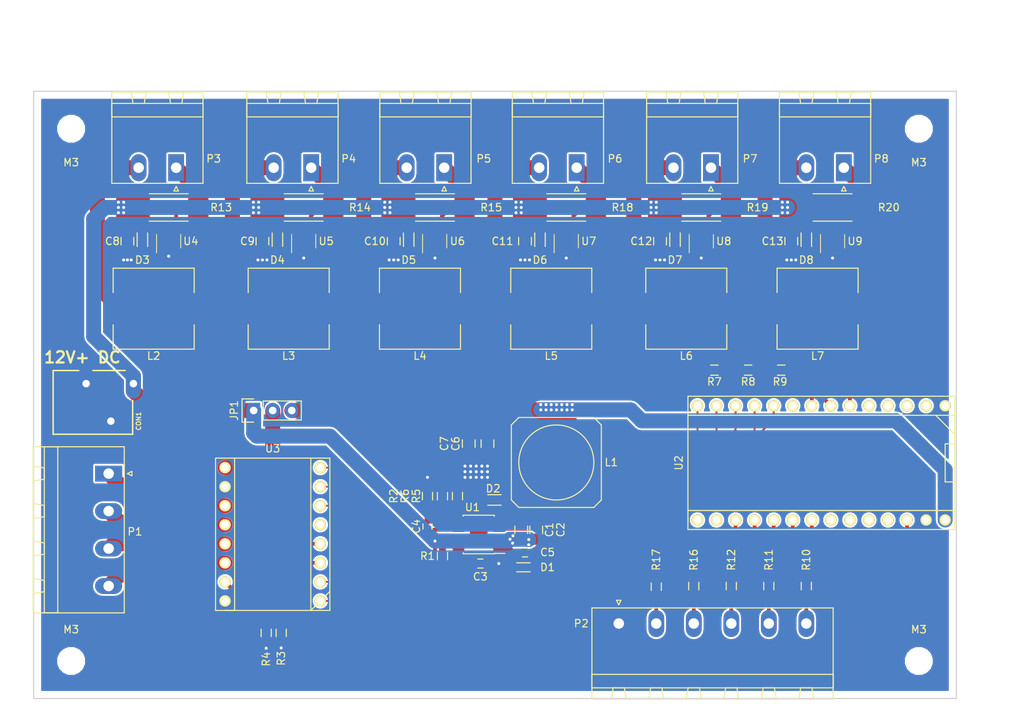
<source format=kicad_pcb>
(kicad_pcb (version 4) (host pcbnew 4.0.5+dfsg1-4)
  (layers (0 F.Cu signal) (31 B.Cu signal) (34 B.Paste user) (35 F.Paste user) (36 B.SilkS user) (37 F.SilkS user) (38 B.Mask user) (39 F.Mask user) (44 Edge.Cuts user))
  (net 0 "")
  (net 1 +12V)
  (net 2 GND)
  (net 3 +5V)
  (net 4 "Net-(D3-Pad2)")
  (net 5 "Net-(D4-Pad2)")
  (net 6 "Net-(D5-Pad2)")
  (net 7 "Net-(D6-Pad2)")
  (net 8 VMOTOR)
  (net 9 "Net-(L2-Pad1)")
  (net 10 "Net-(L3-Pad1)")
  (net 11 "Net-(L4-Pad1)")
  (net 12 "Net-(L5-Pad1)")
  (net 13 "Net-(L6-Pad1)")
  (net 14 /BTN4)
  (net 15 /BTN3)
  (net 16 /BTN2)
  (net 17 /BTN1)
  (net 18 /BTN0)
  (net 19 "Net-(P3-Pad1)")
  (net 20 "Net-(P4-Pad1)")
  (net 21 "Net-(P5-Pad1)")
  (net 22 "Net-(P6-Pad1)")
  (net 23 "Net-(P7-Pad1)")
  (net 24 "Net-(P8-Pad1)")
  (net 25 /VIO)
  (net 26 /PWM_R)
  (net 27 "Net-(R8-Pad2)")
  (net 28 /PWM_G)
  (net 29 "Net-(R9-Pad2)")
  (net 30 /PWM_B)
  (net 31 /MOTOR_MS2)
  (net 32 /MOTOR_STEP)
  (net 33 /MOTOR_DIR)
  (net 34 /MOTOR_MS1)
  (net 35 /MOTOR_EN)
  (net 36 /M2-B)
  (net 37 /M2-A)
  (net 38 /M1-A)
  (net 39 /M1-B)
  (net 40 "Net-(C3-Pad1)")
  (net 41 "Net-(C4-Pad1)")
  (net 42 "Net-(C4-Pad2)")
  (net 43 "Net-(C5-Pad1)")
  (net 44 "Net-(D7-Pad2)")
  (net 45 "Net-(D8-Pad2)")
  (net 46 "Net-(L7-Pad1)")
  (net 47 "Net-(R1-Pad1)")
  (net 48 "Net-(R3-Pad1)")
  (net 49 "Net-(R4-Pad1)")
  (net 50 "Net-(R5-Pad1)")
  (net 51 "Net-(R7-Pad2)")
  (net 52 "Net-(U2-Pad3)")
  (net 53 "Net-(U2-Pad2)")
  (net 54 "Net-(U2-Pad9)")
  (net 55 "Net-(U2-Pad15)")
  (net 56 "Net-(U2-Pad16)")
  (net 57 "Net-(U3-Pad5)")
  (net 58 "Net-(U2-Pad25)")
  (net 59 "Net-(U2-Pad22)")
  (net 60 "Net-(U2-Pad23)")
  (net 61 "Net-(U2-Pad24)")
  (net 62 /SW)
  (net 63 "Net-(U2-Pad5)")
  (net 64 "Net-(U2-Pad4)")
  (module Capacitors_SMD:C_0805_HandSoldering (layer F.Cu) (at 138 124.5 90)
    (fp_text reference C2 (at 0 3.25 270) (layer F.SilkS))
    (fp_text value 10uF)
    (pad 1 smd rect (at -1.25 0 90) (size 1.5 1.25) (layers F.Cu F.Paste F.Mask) (net 1 +12V))
    (pad 2 smd rect (at 1.25 0 90) (size 1.5 1.25) (layers F.Cu F.Paste F.Mask) (net 2 GND))
  )
  (module Mounting_Holes:MountingHole_3.2mm_M3 (layer F.Cu) (at 76 71)
    (fp_text reference M3 (at 0 4.5) (layer F.SilkS))
    (fp_text value MountingHole_3.2mm_M3)
    (pad 1 np_thru_hole circle (at 0 0) (size 3.2 3.2) (drill 3.2) (layers *.Cu *.Mask))
  )
  (module Mounting_Holes:MountingHole_3.2mm_M3 (layer F.Cu) (at 76 142)
    (fp_text reference M3 (at 0 -4.2) (layer F.SilkS))
    (fp_text value MountingHole_3.2mm_M3)
    (pad 1 np_thru_hole circle (at 0 0) (size 3.2 3.2) (drill 3.2) (layers *.Cu *.Mask))
  )
  (module Mounting_Holes:MountingHole_3.2mm_M3 (layer F.Cu) (at 189 142)
    (fp_text reference M3 (at 0 -4.2) (layer F.SilkS))
    (fp_text value MountingHole_3.2mm_M3)
    (pad 1 np_thru_hole circle (at 0 0) (size 3.2 3.2) (drill 3.2) (layers *.Cu *.Mask))
  )
  (module Capacitors_SMD:C_0805_HandSoldering (layer F.Cu) (at 136 124.5 90)
    (fp_text reference C1 (at 0 3.75 270) (layer F.SilkS))
    (fp_text value 10uF)
    (pad 1 smd rect (at -1.25 0 90) (size 1.5 1.25) (layers F.Cu F.Paste F.Mask) (net 1 +12V))
    (pad 2 smd rect (at 1.25 0 90) (size 1.5 1.25) (layers F.Cu F.Paste F.Mask) (net 2 GND))
  )
  (module Capacitors_SMD:C_0805_HandSoldering (layer F.Cu) (at 131.5 113 270)
    (fp_text reference C6 (at 0 4.25 450) (layer F.SilkS))
    (fp_text value 22uF)
    (pad 1 smd rect (at -1.25 0 270) (size 1.5 1.25) (layers F.Cu F.Paste F.Mask) (net 3 +5V))
    (pad 2 smd rect (at 1.25 0 270) (size 1.5 1.25) (layers F.Cu F.Paste F.Mask) (net 2 GND))
  )
  (module Capacitors_SMD:C_0805_HandSoldering (layer F.Cu) (at 129 113 270)
    (fp_text reference C7 (at 0 3.25 450) (layer F.SilkS))
    (fp_text value 22uF)
    (pad 1 smd rect (at -1.25 0 270) (size 1.5 1.25) (layers F.Cu F.Paste F.Mask) (net 3 +5V))
    (pad 2 smd rect (at 1.25 0 270) (size 1.5 1.25) (layers F.Cu F.Paste F.Mask) (net 2 GND))
  )
  (module Capacitors_SMD:C_0805_HandSoldering (layer F.Cu) (at 83.5 86 270)
    (fp_text reference C8 (at 0 2 360) (layer F.SilkS))
    (fp_text value 10uF)
    (pad 1 smd rect (at -1.25 0 270) (size 1.5 1.25) (layers F.Cu F.Paste F.Mask) (net 1 +12V))
    (pad 2 smd rect (at 1.25 0 270) (size 1.5 1.25) (layers F.Cu F.Paste F.Mask) (net 2 GND))
  )
  (module Capacitors_SMD:C_0805_HandSoldering (layer F.Cu) (at 154.5 86 270)
    (fp_text reference C12 (at 0 2.5 360) (layer F.SilkS))
    (fp_text value 10uF)
    (pad 1 smd rect (at -1.25 0 270) (size 1.5 1.25) (layers F.Cu F.Paste F.Mask) (net 1 +12V))
    (pad 2 smd rect (at 1.25 0 270) (size 1.5 1.25) (layers F.Cu F.Paste F.Mask) (net 2 GND))
  )
  (module Capacitors_SMD:C_0805_HandSoldering (layer F.Cu) (at 172 86 270)
    (fp_text reference C13 (at 0 2.5 360) (layer F.SilkS))
    (fp_text value 10uF)
    (pad 1 smd rect (at -1.25 0 270) (size 1.5 1.25) (layers F.Cu F.Paste F.Mask) (net 1 +12V))
    (pad 2 smd rect (at 1.25 0 270) (size 1.5 1.25) (layers F.Cu F.Paste F.Mask) (net 2 GND))
  )
  (module Diodes_SMD:D_0805 (layer F.Cu) (at 132.22723 120.516482 180)
    (fp_text reference D2 (at -0.02277 1.516482 360) (layer F.SilkS))
    (fp_text value MBRS130)
    (pad 1 smd rect (at -1.05 0 180) (size 0.8 0.9) (layers F.Cu F.Paste F.Mask) (net 62 /SW))
    (pad 2 smd rect (at 1.05 0 180) (size 0.8 0.9) (layers F.Cu F.Paste F.Mask) (net 2 GND))
  )
  (module Diodes_SMD:D_0805 (layer F.Cu) (at 85.5 86 270)
    (fp_text reference D3 (at 2.5 0 360) (layer F.SilkS))
    (fp_text value 1N5819)
    (pad 1 smd rect (at -1.05 0 270) (size 0.8 0.9) (layers F.Cu F.Paste F.Mask) (net 1 +12V))
    (pad 2 smd rect (at 1.05 0 270) (size 0.8 0.9) (layers F.Cu F.Paste F.Mask) (net 4 "Net-(D3-Pad2)"))
  )
  (module Diodes_SMD:D_0805 (layer F.Cu) (at 103.5 86 270)
    (fp_text reference D4 (at 2.5 0 360) (layer F.SilkS))
    (fp_text value 1N5819)
    (pad 1 smd rect (at -1.05 0 270) (size 0.8 0.9) (layers F.Cu F.Paste F.Mask) (net 1 +12V))
    (pad 2 smd rect (at 1.05 0 270) (size 0.8 0.9) (layers F.Cu F.Paste F.Mask) (net 5 "Net-(D4-Pad2)"))
  )
  (module Diodes_SMD:D_0805 (layer F.Cu) (at 121 86 270)
    (fp_text reference D5 (at 2.5 0 360) (layer F.SilkS))
    (fp_text value 1N5819)
    (pad 1 smd rect (at -1.05 0 270) (size 0.8 0.9) (layers F.Cu F.Paste F.Mask) (net 1 +12V))
    (pad 2 smd rect (at 1.05 0 270) (size 0.8 0.9) (layers F.Cu F.Paste F.Mask) (net 6 "Net-(D5-Pad2)"))
  )
  (module Diodes_SMD:D_0805 (layer F.Cu) (at 138.5 86 270)
    (fp_text reference D6 (at 2.5 0 360) (layer F.SilkS))
    (fp_text value 1N5819)
    (pad 1 smd rect (at -1.05 0 270) (size 0.8 0.9) (layers F.Cu F.Paste F.Mask) (net 1 +12V))
    (pad 2 smd rect (at 1.05 0 270) (size 0.8 0.9) (layers F.Cu F.Paste F.Mask) (net 7 "Net-(D6-Pad2)"))
  )
  (module Diodes_SMD:D_0805 (layer F.Cu) (at 174 86 270)
    (fp_text reference D8 (at 2.5 0 360) (layer F.SilkS))
    (fp_text value 1N5819)
    (pad 1 smd rect (at -1.05 0 270) (size 0.8 0.9) (layers F.Cu F.Paste F.Mask) (net 1 +12V))
    (pad 2 smd rect (at 1.05 0 270) (size 0.8 0.9) (layers F.Cu F.Paste F.Mask) (net 45 "Net-(D8-Pad2)"))
  )
  (module Pin_Headers:Pin_Header_Straight_1x03 (layer F.Cu) (at 100.33 108.585 90)
    (fp_text reference JP1 (at 0 -2.6 90) (layer F.SilkS))
    (fp_text value Jumper_NC_Dual)
    (pad 1 thru_hole rect (at 0 0 90) (size 2.032 1.7272) (drill 1.016) (layers *.Cu *.Mask) (net 1 +12V))
    (pad 2 thru_hole oval (at 0 2.54 90) (size 2.032 1.7272) (drill 1.016) (layers *.Cu *.Mask) (net 8 VMOTOR))
    (pad 3 thru_hole oval (at 0 5.08 90) (size 2.032 1.7272) (drill 1.016) (layers *.Cu *.Mask) (net 3 +5V))
  )
  (module Inductors:Inductor_Wurth_HCI-1030 (layer F.Cu) (at 87 95 180)
    (fp_text reference L2 (at 0 -6.3 180) (layer F.SilkS))
    (fp_text value 100uH)
    (pad 1 smd rect (at -3.85 0 180) (size 3.8 3.5) (layers F.Cu F.Paste F.Mask) (net 9 "Net-(L2-Pad1)"))
    (pad 2 smd rect (at 3.85 0 180) (size 3.8 3.5) (layers F.Cu F.Paste F.Mask) (net 4 "Net-(D3-Pad2)"))
  )
  (module Inductors:Inductor_Wurth_HCI-1030 (layer F.Cu) (at 105 95 180)
    (fp_text reference L3 (at 0 -6.3 180) (layer F.SilkS))
    (fp_text value 100uH)
    (pad 1 smd rect (at -3.85 0 180) (size 3.8 3.5) (layers F.Cu F.Paste F.Mask) (net 10 "Net-(L3-Pad1)"))
    (pad 2 smd rect (at 3.85 0 180) (size 3.8 3.5) (layers F.Cu F.Paste F.Mask) (net 5 "Net-(D4-Pad2)"))
  )
  (module Inductors:Inductor_Wurth_HCI-1030 (layer F.Cu) (at 122.5 95 180)
    (fp_text reference L4 (at 0 -6.3 180) (layer F.SilkS))
    (fp_text value 100uH)
    (pad 1 smd rect (at -3.85 0 180) (size 3.8 3.5) (layers F.Cu F.Paste F.Mask) (net 11 "Net-(L4-Pad1)"))
    (pad 2 smd rect (at 3.85 0 180) (size 3.8 3.5) (layers F.Cu F.Paste F.Mask) (net 6 "Net-(D5-Pad2)"))
  )
  (module Inductors:Inductor_Wurth_HCI-1030 (layer F.Cu) (at 140 95 180)
    (fp_text reference L5 (at 0 -6.3 180) (layer F.SilkS))
    (fp_text value 100uH)
    (pad 1 smd rect (at -3.85 0 180) (size 3.8 3.5) (layers F.Cu F.Paste F.Mask) (net 12 "Net-(L5-Pad1)"))
    (pad 2 smd rect (at 3.85 0 180) (size 3.8 3.5) (layers F.Cu F.Paste F.Mask) (net 7 "Net-(D6-Pad2)"))
  )
  (module Inductors:Inductor_Wurth_HCI-1030 (layer F.Cu) (at 158 95 180)
    (fp_text reference L6 (at 0 -6.3 180) (layer F.SilkS))
    (fp_text value 100uH)
    (pad 1 smd rect (at -3.85 0 180) (size 3.8 3.5) (layers F.Cu F.Paste F.Mask) (net 13 "Net-(L6-Pad1)"))
    (pad 2 smd rect (at 3.85 0 180) (size 3.8 3.5) (layers F.Cu F.Paste F.Mask) (net 44 "Net-(D7-Pad2)"))
  )
  (module Resistors_SMD:R_0603_HandSoldering (layer F.Cu) (at 125.5 128 270)
    (fp_text reference R1 (at 0 2 360) (layer F.SilkS))
    (fp_text value 100k)
    (pad 1 smd rect (at -1.1 0 270) (size 1.2 0.9) (layers F.Cu F.Paste F.Mask) (net 47 "Net-(R1-Pad1)"))
    (pad 2 smd rect (at 1.1 0 270) (size 1.2 0.9) (layers F.Cu F.Paste F.Mask) (net 1 +12V))
  )
  (module Resistors_SMD:R_0603_HandSoldering (layer F.Cu) (at 123.5 120 270)
    (fp_text reference R2 (at 0 4.5 270) (layer F.SilkS))
    (fp_text value 6.8k)
    (pad 1 smd rect (at -1.1 0 270) (size 1.2 0.9) (layers F.Cu F.Paste F.Mask) (net 2 GND))
    (pad 2 smd rect (at 1.1 0 270) (size 1.2 0.9) (layers F.Cu F.Paste F.Mask) (net 42 "Net-(C4-Pad2)"))
  )
  (module Resistors_SMD:R_0603_HandSoldering (layer F.Cu) (at 104 138.25 270)
    (fp_text reference R3 (at 3.4 0 270) (layer F.SilkS))
    (fp_text value 0)
    (pad 1 smd rect (at -1.1 0 270) (size 1.2 0.9) (layers F.Cu F.Paste F.Mask) (net 48 "Net-(R3-Pad1)"))
    (pad 2 smd rect (at 1.1 0 270) (size 1.2 0.9) (layers F.Cu F.Paste F.Mask) (net 2 GND))
  )
  (module Resistors_SMD:R_0603_HandSoldering (layer F.Cu) (at 102 138.25 270)
    (fp_text reference R4 (at 3.5 0 270) (layer F.SilkS))
    (fp_text value 0)
    (pad 1 smd rect (at -1.1 0 270) (size 1.2 0.9) (layers F.Cu F.Paste F.Mask) (net 49 "Net-(R4-Pad1)"))
    (pad 2 smd rect (at 1.1 0 270) (size 1.2 0.9) (layers F.Cu F.Paste F.Mask) (net 2 GND))
  )
  (module Resistors_SMD:R_0603_HandSoldering (layer F.Cu) (at 127.5 120 90)
    (fp_text reference R5 (at 0 -5.5 90) (layer F.SilkS))
    (fp_text value 10k)
    (pad 1 smd rect (at -1.1 0 90) (size 1.2 0.9) (layers F.Cu F.Paste F.Mask) (net 50 "Net-(R5-Pad1)"))
    (pad 2 smd rect (at 1.1 0 90) (size 1.2 0.9) (layers F.Cu F.Paste F.Mask) (net 2 GND))
  )
  (module Resistors_SMD:R_0603_HandSoldering (layer F.Cu) (at 125.5 120.016482 90)
    (fp_text reference R6 (at 0.016482 -5 90) (layer F.SilkS))
    (fp_text value 44.2k)
    (pad 1 smd rect (at -1.1 0 90) (size 1.2 0.9) (layers F.Cu F.Paste F.Mask) (net 50 "Net-(R5-Pad1)"))
    (pad 2 smd rect (at 1.1 0 90) (size 1.2 0.9) (layers F.Cu F.Paste F.Mask) (net 3 +5V))
  )
  (module Resistors_SMD:R_0603_HandSoldering (layer F.Cu) (at 161.75 103.2)
    (fp_text reference R7 (at 0 1.55) (layer F.SilkS))
    (fp_text value 22)
    (pad 1 smd rect (at -1.1 0) (size 1.2 0.9) (layers F.Cu F.Paste F.Mask) (net 26 /PWM_R))
    (pad 2 smd rect (at 1.1 0) (size 1.2 0.9) (layers F.Cu F.Paste F.Mask) (net 51 "Net-(R7-Pad2)"))
  )
  (module Resistors_SMD:R_0603_HandSoldering (layer F.Cu) (at 166.25 103.2)
    (fp_text reference R8 (at 0 1.55) (layer F.SilkS))
    (fp_text value 22)
    (pad 1 smd rect (at -1.1 0) (size 1.2 0.9) (layers F.Cu F.Paste F.Mask) (net 28 /PWM_G))
    (pad 2 smd rect (at 1.1 0) (size 1.2 0.9) (layers F.Cu F.Paste F.Mask) (net 27 "Net-(R8-Pad2)"))
  )
  (module Resistors_SMD:R_0603_HandSoldering (layer F.Cu) (at 170.65 103.2)
    (fp_text reference R9 (at -0.15 1.55) (layer F.SilkS))
    (fp_text value 22)
    (pad 1 smd rect (at -1.1 0) (size 1.2 0.9) (layers F.Cu F.Paste F.Mask) (net 30 /PWM_B))
    (pad 2 smd rect (at 1.1 0) (size 1.2 0.9) (layers F.Cu F.Paste F.Mask) (net 29 "Net-(R9-Pad2)"))
  )
  (module Resistors_SMD:R_0603_HandSoldering (layer F.Cu) (at 174 132 270)
    (fp_text reference R10 (at -3.5 0 270) (layer F.SilkS))
    (fp_text value 10k)
    (pad 1 smd rect (at -1.1 0 270) (size 1.2 0.9) (layers F.Cu F.Paste F.Mask) (net 25 /VIO))
    (pad 2 smd rect (at 1.1 0 270) (size 1.2 0.9) (layers F.Cu F.Paste F.Mask) (net 18 /BTN0))
  )
  (module Resistors_SMD:R_2512_HandSoldering (layer F.Cu) (at 89 81.5 180)
    (fp_text reference R13 (at -7 0 180) (layer F.SilkS))
    (fp_text value 0.3)
    (pad 1 smd rect (at -3.95 0 180) (size 2.7 3.2) (layers F.Cu F.Paste F.Mask) (net 19 "Net-(P3-Pad1)"))
    (pad 2 smd rect (at 3.95 0 180) (size 2.7 3.2) (layers F.Cu F.Paste F.Mask) (net 1 +12V))
  )
  (module Resistors_SMD:R_2512_HandSoldering (layer F.Cu) (at 107 81.5 180)
    (fp_text reference R14 (at -7.5 0 180) (layer F.SilkS))
    (fp_text value 0.3)
    (pad 1 smd rect (at -3.95 0 180) (size 2.7 3.2) (layers F.Cu F.Paste F.Mask) (net 20 "Net-(P4-Pad1)"))
    (pad 2 smd rect (at 3.95 0 180) (size 2.7 3.2) (layers F.Cu F.Paste F.Mask) (net 1 +12V))
  )
  (module Resistors_SMD:R_2512_HandSoldering (layer F.Cu) (at 177.5 81.5 180)
    (fp_text reference R20 (at -7.5 0 180) (layer F.SilkS))
    (fp_text value 0.3)
    (pad 1 smd rect (at -3.95 0 180) (size 2.7 3.2) (layers F.Cu F.Paste F.Mask) (net 24 "Net-(P8-Pad1)"))
    (pad 2 smd rect (at 3.95 0 180) (size 2.7 3.2) (layers F.Cu F.Paste F.Mask) (net 1 +12V))
  )
  (module Resistors_SMD:R_0603_HandSoldering (layer F.Cu) (at 154 132.1 270)
    (fp_text reference R17 (at -3.6 0 270) (layer F.SilkS))
    (fp_text value 10k)
    (pad 1 smd rect (at -1.1 0 270) (size 1.2 0.9) (layers F.Cu F.Paste F.Mask) (net 25 /VIO))
    (pad 2 smd rect (at 1.1 0 270) (size 1.2 0.9) (layers F.Cu F.Paste F.Mask) (net 14 /BTN4))
  )
  (module Housings_SOIC:SOIC-8-1EP_3.9x4.9mm_Pitch1.27mm (layer F.Cu) (at 130.33473 125.123982 180)
    (fp_text reference U1 (at 0.83473 3.623982 180) (layer F.SilkS))
    (fp_text value MP2307)
    (pad 1 smd rect (at -2.7 -1.905 180) (size 1.55 0.6) (layers F.Cu F.Paste F.Mask) (net 43 "Net-(C5-Pad1)"))
    (pad 2 smd rect (at -2.7 -0.635 180) (size 1.55 0.6) (layers F.Cu F.Paste F.Mask) (net 1 +12V))
    (pad 3 smd rect (at -2.7 0.635 180) (size 1.55 0.6) (layers F.Cu F.Paste F.Mask) (net 62 /SW))
    (pad 4 smd rect (at -2.7 1.905 180) (size 1.55 0.6) (layers F.Cu F.Paste F.Mask) (net 2 GND))
    (pad 5 smd rect (at 2.7 1.905 180) (size 1.55 0.6) (layers F.Cu F.Paste F.Mask) (net 50 "Net-(R5-Pad1)"))
    (pad 6 smd rect (at 2.7 0.635 180) (size 1.55 0.6) (layers F.Cu F.Paste F.Mask) (net 41 "Net-(C4-Pad1)"))
    (pad 7 smd rect (at 2.7 -0.635 180) (size 1.55 0.6) (layers F.Cu F.Paste F.Mask) (net 47 "Net-(R1-Pad1)"))
    (pad 8 smd rect (at 2.7 -1.905 180) (size 1.55 0.6) (layers F.Cu F.Paste F.Mask) (net 40 "Net-(C3-Pad1)"))
    (pad 9 smd rect (at 0.5875 0.5875 180) (size 1.175 1.175) (layers F.Cu F.Paste F.Mask) (net 2 GND))
    (pad 9 smd rect (at 0.5875 -0.5875 180) (size 1.175 1.175) (layers F.Cu F.Paste F.Mask) (net 2 GND))
    (pad 9 smd rect (at -0.5875 0.5875 180) (size 1.175 1.175) (layers F.Cu F.Paste F.Mask) (net 2 GND))
    (pad 9 smd rect (at -0.5875 -0.5875 180) (size 1.175 1.175) (layers F.Cu F.Paste F.Mask) (net 2 GND))
  )
  (module TO_SOT_Packages_SMD:SOT-23-5 (layer F.Cu) (at 89 86 90)
    (fp_text reference U4 (at 0 2.95 180) (layer F.SilkS))
    (fp_text value AL8861)
    (pad 1 smd rect (at -1.1 -0.95 90) (size 1.06 0.65) (layers F.Cu F.Paste F.Mask) (net 9 "Net-(L2-Pad1)"))
    (pad 2 smd rect (at -1.1 0 90) (size 1.06 0.65) (layers F.Cu F.Paste F.Mask) (net 2 GND))
    (pad 3 smd rect (at -1.1 0.95 90) (size 1.06 0.65) (layers F.Cu F.Paste F.Mask) (net 26 /PWM_R))
    (pad 4 smd rect (at 1.1 0.95 90) (size 1.06 0.65) (layers F.Cu F.Paste F.Mask) (net 19 "Net-(P3-Pad1)"))
    (pad 5 smd rect (at 1.1 -0.95 90) (size 1.06 0.65) (layers F.Cu F.Paste F.Mask) (net 1 +12V))
  )
  (module TO_SOT_Packages_SMD:SOT-23-5 (layer F.Cu) (at 107 86 90)
    (fp_text reference U5 (at 0 3 180) (layer F.SilkS))
    (fp_text value AL8861)
    (pad 1 smd rect (at -1.1 -0.95 90) (size 1.06 0.65) (layers F.Cu F.Paste F.Mask) (net 10 "Net-(L3-Pad1)"))
    (pad 2 smd rect (at -1.1 0 90) (size 1.06 0.65) (layers F.Cu F.Paste F.Mask) (net 2 GND))
    (pad 3 smd rect (at -1.1 0.95 90) (size 1.06 0.65) (layers F.Cu F.Paste F.Mask) (net 26 /PWM_R))
    (pad 4 smd rect (at 1.1 0.95 90) (size 1.06 0.65) (layers F.Cu F.Paste F.Mask) (net 20 "Net-(P4-Pad1)"))
    (pad 5 smd rect (at 1.1 -0.95 90) (size 1.06 0.65) (layers F.Cu F.Paste F.Mask) (net 1 +12V))
  )
  (module TO_SOT_Packages_SMD:SOT-23-5 (layer F.Cu) (at 124.46 86 90)
    (fp_text reference U6 (at 0 3.04 180) (layer F.SilkS))
    (fp_text value AL8861)
    (pad 1 smd rect (at -1.1 -0.95 90) (size 1.06 0.65) (layers F.Cu F.Paste F.Mask) (net 11 "Net-(L4-Pad1)"))
    (pad 2 smd rect (at -1.1 0 90) (size 1.06 0.65) (layers F.Cu F.Paste F.Mask) (net 2 GND))
    (pad 3 smd rect (at -1.1 0.95 90) (size 1.06 0.65) (layers F.Cu F.Paste F.Mask) (net 28 /PWM_G))
    (pad 4 smd rect (at 1.1 0.95 90) (size 1.06 0.65) (layers F.Cu F.Paste F.Mask) (net 21 "Net-(P5-Pad1)"))
    (pad 5 smd rect (at 1.1 -0.95 90) (size 1.06 0.65) (layers F.Cu F.Paste F.Mask) (net 1 +12V))
  )
  (module TO_SOT_Packages_SMD:SOT-23-5 (layer F.Cu) (at 142 86 90)
    (fp_text reference U7 (at 0 3 180) (layer F.SilkS))
    (fp_text value AL8861)
    (pad 1 smd rect (at -1.1 -0.95 90) (size 1.06 0.65) (layers F.Cu F.Paste F.Mask) (net 12 "Net-(L5-Pad1)"))
    (pad 2 smd rect (at -1.1 0 90) (size 1.06 0.65) (layers F.Cu F.Paste F.Mask) (net 2 GND))
    (pad 3 smd rect (at -1.1 0.95 90) (size 1.06 0.65) (layers F.Cu F.Paste F.Mask) (net 28 /PWM_G))
    (pad 4 smd rect (at 1.1 0.95 90) (size 1.06 0.65) (layers F.Cu F.Paste F.Mask) (net 22 "Net-(P6-Pad1)"))
    (pad 5 smd rect (at 1.1 -0.95 90) (size 1.06 0.65) (layers F.Cu F.Paste F.Mask) (net 1 +12V))
  )
  (module TO_SOT_Packages_SMD:SOT-23-5 (layer F.Cu) (at 160 86 90)
    (fp_text reference U8 (at 0 3 180) (layer F.SilkS))
    (fp_text value AL8861)
    (pad 1 smd rect (at -1.1 -0.95 90) (size 1.06 0.65) (layers F.Cu F.Paste F.Mask) (net 13 "Net-(L6-Pad1)"))
    (pad 2 smd rect (at -1.1 0 90) (size 1.06 0.65) (layers F.Cu F.Paste F.Mask) (net 2 GND))
    (pad 3 smd rect (at -1.1 0.95 90) (size 1.06 0.65) (layers F.Cu F.Paste F.Mask) (net 30 /PWM_B))
    (pad 4 smd rect (at 1.1 0.95 90) (size 1.06 0.65) (layers F.Cu F.Paste F.Mask) (net 23 "Net-(P7-Pad1)"))
    (pad 5 smd rect (at 1.1 -0.95 90) (size 1.06 0.65) (layers F.Cu F.Paste F.Mask) (net 1 +12V))
  )
  (module TO_SOT_Packages_SMD:SOT-23-5 (layer F.Cu) (at 177.5 86 90)
    (fp_text reference U9 (at 0 3 180) (layer F.SilkS))
    (fp_text value AL8861)
    (pad 1 smd rect (at -1.1 -0.95 90) (size 1.06 0.65) (layers F.Cu F.Paste F.Mask) (net 46 "Net-(L7-Pad1)"))
    (pad 2 smd rect (at -1.1 0 90) (size 1.06 0.65) (layers F.Cu F.Paste F.Mask) (net 2 GND))
    (pad 3 smd rect (at -1.1 0.95 90) (size 1.06 0.65) (layers F.Cu F.Paste F.Mask) (net 30 /PWM_B))
    (pad 4 smd rect (at 1.1 0.95 90) (size 1.06 0.65) (layers F.Cu F.Paste F.Mask) (net 24 "Net-(P8-Pad1)"))
    (pad 5 smd rect (at 1.1 -0.95 90) (size 1.06 0.65) (layers F.Cu F.Paste F.Mask) (net 1 +12V))
  )
  (module Connectors_Phoenix:PhoenixContact_MSTBA-G_02x5.00mm_Angled (layer F.Cu) (at 90 76.2 180)
    (fp_text reference P3 (at -5 1.2 180) (layer F.SilkS))
    (fp_text value CONN_01X02)
    (pad 1 thru_hole rect (at 0 0 180) (size 2.1 3.6) (drill 1.4) (layers *.Cu *.Mask) (net 19 "Net-(P3-Pad1)"))
    (pad 2 thru_hole oval (at 5 0 180) (size 2.1 3.6) (drill 1.4) (layers *.Cu *.Mask) (net 4 "Net-(D3-Pad2)"))
  )
  (module Connectors_Phoenix:PhoenixContact_MSTBA-G_02x5.00mm_Angled (layer F.Cu) (at 108 76.2 180)
    (fp_text reference P4 (at -5 1.2 180) (layer F.SilkS))
    (fp_text value CONN_01X02)
    (pad 1 thru_hole rect (at 0 0 180) (size 2.1 3.6) (drill 1.4) (layers *.Cu *.Mask) (net 20 "Net-(P4-Pad1)"))
    (pad 2 thru_hole oval (at 5 0 180) (size 2.1 3.6) (drill 1.4) (layers *.Cu *.Mask) (net 5 "Net-(D4-Pad2)"))
  )
  (module Connectors_Phoenix:PhoenixContact_MSTBA-G_02x5.00mm_Angled (layer F.Cu) (at 125.73 76.2 180)
    (fp_text reference P5 (at -5.27 1.2 180) (layer F.SilkS))
    (fp_text value CONN_01X02)
    (pad 1 thru_hole rect (at 0 0 180) (size 2.1 3.6) (drill 1.4) (layers *.Cu *.Mask) (net 21 "Net-(P5-Pad1)"))
    (pad 2 thru_hole oval (at 5 0 180) (size 2.1 3.6) (drill 1.4) (layers *.Cu *.Mask) (net 6 "Net-(D5-Pad2)"))
  )
  (module Connectors_Phoenix:PhoenixContact_MSTBA-G_02x5.00mm_Angled (layer F.Cu) (at 143.39 76.2 180)
    (fp_text reference P6 (at -5.11 1.2 180) (layer F.SilkS))
    (fp_text value CONN_01X02)
    (pad 1 thru_hole rect (at 0 0 180) (size 2.1 3.6) (drill 1.4) (layers *.Cu *.Mask) (net 22 "Net-(P6-Pad1)"))
    (pad 2 thru_hole oval (at 5 0 180) (size 2.1 3.6) (drill 1.4) (layers *.Cu *.Mask) (net 7 "Net-(D6-Pad2)"))
  )
  (module Connectors_Phoenix:PhoenixContact_MSTBA-G_02x5.00mm_Angled (layer F.Cu) (at 161.29 76.2 180)
    (fp_text reference P7 (at -5.21 1.2 180) (layer F.SilkS))
    (fp_text value CONN_01X02)
    (pad 1 thru_hole rect (at 0 0 180) (size 2.1 3.6) (drill 1.4) (layers *.Cu *.Mask) (net 23 "Net-(P7-Pad1)"))
    (pad 2 thru_hole oval (at 5 0 180) (size 2.1 3.6) (drill 1.4) (layers *.Cu *.Mask) (net 44 "Net-(D7-Pad2)"))
  )
  (module Connectors_Phoenix:PhoenixContact_MSTBA-G_02x5.00mm_Angled (layer F.Cu) (at 179 76.2 180)
    (fp_text reference P8 (at -5 1.2 180) (layer F.SilkS))
    (fp_text value CONN_01X02)
    (pad 1 thru_hole rect (at 0 0 180) (size 2.1 3.6) (drill 1.4) (layers *.Cu *.Mask) (net 24 "Net-(P8-Pad1)"))
    (pad 2 thru_hole oval (at 5 0 180) (size 2.1 3.6) (drill 1.4) (layers *.Cu *.Mask) (net 45 "Net-(D8-Pad2)"))
  )
  (module Connectors_Sparkfun:POWER_JACK_SLOT (layer F.Cu) (at 70.50192 102.4219 270)
    (fp_text reference CON1 (at 7.5781 -14.49808 270) (layer F.SilkS) (effects (font (size 0.6096 0.6096) (thickness 0.127))))
    (fp_text value DC_BARREL_JACK hide)
    (pad GND@ thru_hole oval (at 2.5781 -7.49808) (size 1.99898 3.99796) (drill 0.99822) (layers *.Cu *.Mask) (net 2 GND))
    (pad GND@ thru_hole oval (at 7.57936 -10.79754 90) (size 1.99898 3.99796) (drill 0.99822) (layers *.Cu *.Mask) (net 2 GND))
    (pad PWR thru_hole oval (at 2.5781 -13.79982) (size 1.99898 3.99796) (drill 0.99822) (layers *.Cu *.Mask) (net 1 +12V))
  )
  (module Capacitors_SMD:C_0603_HandSoldering (layer F.Cu) (at 130.55 129)
    (fp_text reference C3 (at 0 1.75) (layer F.SilkS))
    (fp_text value 0.1uF)
    (pad 1 smd rect (at -0.95 0) (size 1.2 0.75) (layers F.Cu F.Paste F.Mask) (net 40 "Net-(C3-Pad1)"))
    (pad 2 smd rect (at 0.95 0) (size 1.2 0.75) (layers F.Cu F.Paste F.Mask) (net 2 GND))
  )
  (module Capacitors_SMD:C_0603_HandSoldering (layer F.Cu) (at 123.5 124.05 90)
    (fp_text reference C4 (at 0 -1.5 90) (layer F.SilkS))
    (fp_text value 3.9nF)
    (pad 1 smd rect (at -0.95 0 90) (size 1.2 0.75) (layers F.Cu F.Paste F.Mask) (net 41 "Net-(C4-Pad1)"))
    (pad 2 smd rect (at 0.95 0 90) (size 1.2 0.75) (layers F.Cu F.Paste F.Mask) (net 42 "Net-(C4-Pad2)"))
  )
  (module Capacitors_SMD:C_0603_HandSoldering (layer F.Cu) (at 136.5 127.516482)
    (fp_text reference C5 (at 3 -0.016482) (layer F.SilkS))
    (fp_text value 10nF)
    (pad 1 smd rect (at -0.95 0) (size 1.2 0.75) (layers F.Cu F.Paste F.Mask) (net 43 "Net-(C5-Pad1)"))
    (pad 2 smd rect (at 0.95 0) (size 1.2 0.75) (layers F.Cu F.Paste F.Mask) (net 62 /SW))
  )
  (module Capacitors_SMD:C_0805_HandSoldering (layer F.Cu) (at 101.5 86 270)
    (fp_text reference C9 (at 0 2 360) (layer F.SilkS))
    (fp_text value 10uF)
    (pad 1 smd rect (at -1.25 0 270) (size 1.5 1.25) (layers F.Cu F.Paste F.Mask) (net 1 +12V))
    (pad 2 smd rect (at 1.25 0 270) (size 1.5 1.25) (layers F.Cu F.Paste F.Mask) (net 2 GND))
  )
  (module Capacitors_SMD:C_0805_HandSoldering (layer F.Cu) (at 119 86 270)
    (fp_text reference C10 (at 0 2.5 360) (layer F.SilkS))
    (fp_text value 10uF)
    (pad 1 smd rect (at -1.25 0 270) (size 1.5 1.25) (layers F.Cu F.Paste F.Mask) (net 1 +12V))
    (pad 2 smd rect (at 1.25 0 270) (size 1.5 1.25) (layers F.Cu F.Paste F.Mask) (net 2 GND))
  )
  (module Capacitors_SMD:C_0805_HandSoldering (layer F.Cu) (at 136.5 86 270)
    (fp_text reference C11 (at 0 3 360) (layer F.SilkS))
    (fp_text value 10uF)
    (pad 1 smd rect (at -1.25 0 270) (size 1.5 1.25) (layers F.Cu F.Paste F.Mask) (net 1 +12V))
    (pad 2 smd rect (at 1.25 0 270) (size 1.5 1.25) (layers F.Cu F.Paste F.Mask) (net 2 GND))
  )
  (module Diodes_SMD:D_0603 (layer F.Cu) (at 136.5 129.5)
    (fp_text reference D1 (at 3 0 180) (layer F.SilkS))
    (fp_text value IN4148)
    (pad 1 smd rect (at -0.85 0) (size 0.6 0.8) (layers F.Cu F.Paste F.Mask) (net 43 "Net-(C5-Pad1)"))
    (pad 2 smd rect (at 0.85 0) (size 0.6 0.8) (layers F.Cu F.Paste F.Mask) (net 3 +5V))
  )
  (module Diodes_SMD:D_0805 (layer F.Cu) (at 156.5 86 270)
    (fp_text reference D7 (at 2.5 0 360) (layer F.SilkS))
    (fp_text value 1N5819)
    (pad 1 smd rect (at -1.05 0 270) (size 0.8 0.9) (layers F.Cu F.Paste F.Mask) (net 1 +12V))
    (pad 2 smd rect (at 1.05 0 270) (size 0.8 0.9) (layers F.Cu F.Paste F.Mask) (net 44 "Net-(D7-Pad2)"))
  )
  (module Inductors:SELF-WE-PD-XXL (layer F.Cu) (at 140.67723 115.516482 90)
    (fp_text reference L1 (at 0.016482 7.32277 180) (layer F.SilkS))
    (fp_text value 10uH)
    (fp_text user "" (at 0 0 90) (layer F.SilkS))
    (fp_text user "" (at 0 0 90) (layer F.SilkS))
    (pad 1 smd rect (at -5.00126 0 90) (size 2.90068 5.40004) (layers F.Cu F.Paste F.Mask) (net 62 /SW))
    (pad 2 smd rect (at 5.00126 0 90) (size 2.90068 5.40004) (layers F.Cu F.Paste F.Mask) (net 3 +5V))
  )
  (module Inductors:Inductor_Wurth_HCI-1030 (layer F.Cu) (at 175.5 95 180)
    (fp_text reference L7 (at 0 -6.3 180) (layer F.SilkS))
    (fp_text value 100uH)
    (pad 1 smd rect (at -3.85 0 180) (size 3.8 3.5) (layers F.Cu F.Paste F.Mask) (net 46 "Net-(L7-Pad1)"))
    (pad 2 smd rect (at 3.85 0 180) (size 3.8 3.5) (layers F.Cu F.Paste F.Mask) (net 45 "Net-(D8-Pad2)"))
  )
  (module Connectors_Phoenix:PhoenixContact_MSTBA-G_04x5.00mm_Angled (layer F.Cu) (at 81 117 270)
    (fp_text reference P1 (at 7.75 -3.5 360) (layer F.SilkS))
    (fp_text value CONN_01X04)
    (pad 1 thru_hole rect (at 0 0 270) (size 2.1 3.6) (drill 1.4) (layers *.Cu *.Mask) (net 36 /M2-B))
    (pad 2 thru_hole oval (at 5 0 270) (size 2.1 3.6) (drill 1.4) (layers *.Cu *.Mask) (net 37 /M2-A))
    (pad 3 thru_hole oval (at 10 0 270) (size 2.1 3.6) (drill 1.4) (layers *.Cu *.Mask) (net 38 /M1-A))
    (pad 4 thru_hole oval (at 15 0 270) (size 2.1 3.6) (drill 1.4) (layers *.Cu *.Mask) (net 39 /M1-B))
  )
  (module Connectors_Phoenix:PhoenixContact_MSTBA-G_06x5.00mm_Angled (layer F.Cu) (at 149 137)
    (fp_text reference P2 (at -5 0) (layer F.SilkS))
    (fp_text value CONN_01X06)
    (pad 1 thru_hole rect (at 0 0) (size 2.1 3.6) (drill 1.4) (layers *.Cu *.Mask) (net 2 GND))
    (pad 2 thru_hole oval (at 5 0) (size 2.1 3.6) (drill 1.4) (layers *.Cu *.Mask) (net 14 /BTN4))
    (pad 3 thru_hole oval (at 10 0) (size 2.1 3.6) (drill 1.4) (layers *.Cu *.Mask) (net 15 /BTN3))
    (pad 4 thru_hole oval (at 15 0) (size 2.1 3.6) (drill 1.4) (layers *.Cu *.Mask) (net 16 /BTN2))
    (pad 5 thru_hole oval (at 20 0) (size 2.1 3.6) (drill 1.4) (layers *.Cu *.Mask) (net 17 /BTN1))
    (pad 6 thru_hole oval (at 25 0) (size 2.1 3.6) (drill 1.4) (layers *.Cu *.Mask) (net 18 /BTN0))
  )
  (module Resistors_SMD:R_0603_HandSoldering (layer F.Cu) (at 169 132 270)
    (fp_text reference R11 (at -3.5 0 270) (layer F.SilkS))
    (fp_text value 10k)
    (pad 1 smd rect (at -1.1 0 270) (size 1.2 0.9) (layers F.Cu F.Paste F.Mask) (net 25 /VIO))
    (pad 2 smd rect (at 1.1 0 270) (size 1.2 0.9) (layers F.Cu F.Paste F.Mask) (net 17 /BTN1))
  )
  (module Resistors_SMD:R_0603_HandSoldering (layer F.Cu) (at 164 132 270)
    (fp_text reference R12 (at -3.5 0 270) (layer F.SilkS))
    (fp_text value 10k)
    (pad 1 smd rect (at -1.1 0 270) (size 1.2 0.9) (layers F.Cu F.Paste F.Mask) (net 25 /VIO))
    (pad 2 smd rect (at 1.1 0 270) (size 1.2 0.9) (layers F.Cu F.Paste F.Mask) (net 16 /BTN2))
  )
  (module Resistors_SMD:R_0603_HandSoldering (layer F.Cu) (at 159 132 270)
    (fp_text reference R16 (at -3.5 0 270) (layer F.SilkS))
    (fp_text value 10k)
    (pad 1 smd rect (at -1.1 0 270) (size 1.2 0.9) (layers F.Cu F.Paste F.Mask) (net 25 /VIO))
    (pad 2 smd rect (at 1.1 0 270) (size 1.2 0.9) (layers F.Cu F.Paste F.Mask) (net 15 /BTN3))
  )
  (module Resistors_SMD:R_2512_HandSoldering (layer F.Cu) (at 142 81.5 180)
    (fp_text reference R18 (at -7.5 0 180) (layer F.SilkS))
    (fp_text value 0.3)
    (pad 1 smd rect (at -3.95 0 180) (size 2.7 3.2) (layers F.Cu F.Paste F.Mask) (net 22 "Net-(P6-Pad1)"))
    (pad 2 smd rect (at 3.95 0 180) (size 2.7 3.2) (layers F.Cu F.Paste F.Mask) (net 1 +12V))
  )
  (module Resistors_SMD:R_2512_HandSoldering (layer F.Cu) (at 160 81.5 180)
    (fp_text reference R19 (at -7.5 0 180) (layer F.SilkS))
    (fp_text value 0.3)
    (pad 1 smd rect (at -3.95 0 180) (size 2.7 3.2) (layers F.Cu F.Paste F.Mask) (net 23 "Net-(P7-Pad1)"))
    (pad 2 smd rect (at 3.95 0 180) (size 2.7 3.2) (layers F.Cu F.Paste F.Mask) (net 1 +12V))
  )
  (module Resistors_SMD:R_2512_HandSoldering (layer F.Cu) (at 124.5 81.5 180)
    (fp_text reference R15 (at -7.5 0 180) (layer F.SilkS))
    (fp_text value 0.3)
    (pad 1 smd rect (at -3.95 0 180) (size 2.7 3.2) (layers F.Cu F.Paste F.Mask) (net 21 "Net-(P5-Pad1)"))
    (pad 2 smd rect (at 3.95 0 180) (size 2.7 3.2) (layers F.Cu F.Paste F.Mask) (net 1 +12V))
  )
  (module NQBit:TEENSY_3.2 (layer F.Cu) (at 176 115.57 270)
    (fp_text reference U2 (at 0 19 270) (layer F.SilkS))
    (fp_text value TEENSY_3.2)
    (pad 6 thru_hole circle (at -7.62 -3.81 270) (size 1.524 1.524) (drill 1) (layers *.Cu *.Mask F.SilkS) (net 29 "Net-(R9-Pad2)"))
    (pad 5 thru_hole circle (at -7.62 -6.35 270) (size 1.524 1.524) (drill 1) (layers *.Cu *.Mask F.SilkS) (net 63 "Net-(U2-Pad5)"))
    (pad 4 thru_hole circle (at -7.62 -8.89 270) (size 1.524 1.524) (drill 1) (layers *.Cu *.Mask F.SilkS) (net 64 "Net-(U2-Pad4)"))
    (pad 3 thru_hole circle (at -7.62 -11.43 270) (size 1.524 1.524) (drill 1) (layers *.Cu *.Mask F.SilkS) (net 52 "Net-(U2-Pad3)"))
    (pad 2 thru_hole circle (at -7.62 -13.97 270) (size 1.524 1.524) (drill 1) (layers *.Cu *.Mask F.SilkS) (net 53 "Net-(U2-Pad2)"))
    (pad 1 thru_hole circle (at -7.62 -16.51 270) (size 1.524 1.524) (drill 1) (layers *.Cu *.Mask F.SilkS) (net 2 GND))
    (pad 7 thru_hole circle (at -7.62 -1.27 270) (size 1.524 1.524) (drill 1) (layers *.Cu *.Mask F.SilkS) (net 27 "Net-(R8-Pad2)"))
    (pad 8 thru_hole circle (at -7.62 1.27 270) (size 1.524 1.524) (drill 1) (layers *.Cu *.Mask F.SilkS) (net 51 "Net-(R7-Pad2)"))
    (pad 9 thru_hole circle (at -7.62 3.81 270) (size 1.524 1.524) (drill 1) (layers *.Cu *.Mask F.SilkS) (net 54 "Net-(U2-Pad9)"))
    (pad 10 thru_hole circle (at -7.62 6.35 270) (size 1.524 1.524) (drill 1) (layers *.Cu *.Mask F.SilkS) (net 33 /MOTOR_DIR))
    (pad 11 thru_hole circle (at -7.62 8.89 270) (size 1.524 1.524) (drill 1) (layers *.Cu *.Mask F.SilkS) (net 32 /MOTOR_STEP))
    (pad 12 thru_hole circle (at -7.62 11.43 270) (size 1.524 1.524) (drill 1) (layers *.Cu *.Mask F.SilkS) (net 31 /MOTOR_MS2))
    (pad 13 thru_hole circle (at -7.62 13.97 270) (size 1.524 1.524) (drill 1) (layers *.Cu *.Mask F.SilkS) (net 34 /MOTOR_MS1))
    (pad 14 thru_hole circle (at -7.62 16.51 270) (size 1.524 1.524) (drill 1) (layers *.Cu *.Mask F.SilkS) (net 35 /MOTOR_EN))
    (pad 15 thru_hole circle (at 7.62 16.51 270) (size 1.524 1.524) (drill 1) (layers *.Cu *.Mask F.SilkS) (net 55 "Net-(U2-Pad15)"))
    (pad 16 thru_hole circle (at 7.62 13.97 270) (size 1.524 1.524) (drill 1) (layers *.Cu *.Mask F.SilkS) (net 56 "Net-(U2-Pad16)"))
    (pad 17 thru_hole circle (at 7.62 11.43 270) (size 1.524 1.524) (drill 1) (layers *.Cu *.Mask F.SilkS) (net 14 /BTN4))
    (pad 18 thru_hole circle (at 7.62 8.89 270) (size 1.524 1.524) (drill 1) (layers *.Cu *.Mask F.SilkS) (net 15 /BTN3))
    (pad 19 thru_hole circle (at 7.62 6.35 270) (size 1.524 1.524) (drill 1) (layers *.Cu *.Mask F.SilkS) (net 16 /BTN2))
    (pad 20 thru_hole circle (at 7.62 3.81 270) (size 1.524 1.524) (drill 1) (layers *.Cu *.Mask F.SilkS) (net 17 /BTN1))
    (pad 21 thru_hole circle (at 7.62 1.27 270) (size 1.524 1.524) (drill 1) (layers *.Cu *.Mask F.SilkS) (net 18 /BTN0))
    (pad 22 thru_hole circle (at 7.62 -1.27 270) (size 1.524 1.524) (drill 1) (layers *.Cu *.Mask F.SilkS) (net 59 "Net-(U2-Pad22)"))
    (pad 23 thru_hole circle (at 7.62 -3.81 270) (size 1.524 1.524) (drill 1) (layers *.Cu *.Mask F.SilkS) (net 60 "Net-(U2-Pad23)"))
    (pad 24 thru_hole circle (at 7.62 -6.35 270) (size 1.524 1.524) (drill 1) (layers *.Cu *.Mask F.SilkS) (net 61 "Net-(U2-Pad24)"))
    (pad 25 thru_hole circle (at 7.62 -8.89 270) (size 1.524 1.524) (drill 1) (layers *.Cu *.Mask F.SilkS) (net 58 "Net-(U2-Pad25)"))
    (pad 26 thru_hole circle (at 7.62 -11.43 270) (size 1.524 1.524) (drill 1) (layers *.Cu *.Mask F.SilkS) (net 25 /VIO))
    (pad 27 thru_hole circle (at 7.62 -13.97 270) (size 1.524 1.524) (drill 1) (layers *.Cu *.Mask F.SilkS) (net 2 GND))
    (pad 28 thru_hole circle (at 7.62 -16.51 270) (size 1.524 1.524) (drill 1) (layers *.Cu *.Mask F.SilkS) (net 3 +5V))
  )
  (module NQBit:TMC2208_SILENTSTEPSTICK (layer F.Cu) (at 102.87 125.095 180)
    (fp_text reference U3 (at 0 11.43 180) (layer F.SilkS))
    (fp_text value STEP_STICK_TMC2208)
    (pad 6 thru_hole circle (at -6.35 3.81 180) (size 1.524 1.524) (drill 1) (layers *.Cu *.Mask F.SilkS) (net 31 /MOTOR_MS2))
    (pad 5 thru_hole circle (at -6.35 1.27 180) (size 1.524 1.524) (drill 1) (layers *.Cu *.Mask F.SilkS) (net 57 "Net-(U3-Pad5)"))
    (pad 4 thru_hole circle (at -6.35 -1.27 180) (size 1.524 1.524) (drill 1) (layers *.Cu *.Mask F.SilkS) (net 49 "Net-(R4-Pad1)"))
    (pad 3 thru_hole circle (at -6.35 -3.81 180) (size 1.524 1.524) (drill 1) (layers *.Cu *.Mask F.SilkS) (net 48 "Net-(R3-Pad1)"))
    (pad 2 thru_hole circle (at -6.35 -6.35 180) (size 1.524 1.524) (drill 1) (layers *.Cu *.Mask F.SilkS) (net 32 /MOTOR_STEP))
    (pad 1 thru_hole circle (at -6.35 -8.89 180) (size 1.524 1.524) (drill 1) (layers *.Cu *.Mask F.SilkS) (net 33 /MOTOR_DIR))
    (pad 7 thru_hole circle (at -6.35 6.35 180) (size 1.524 1.524) (drill 1) (layers *.Cu *.Mask F.SilkS) (net 34 /MOTOR_MS1))
    (pad 8 thru_hole circle (at -6.35 8.89 180) (size 1.524 1.524) (drill 1) (layers *.Cu *.Mask F.SilkS) (net 35 /MOTOR_EN))
    (pad 9 thru_hole circle (at 6.35 8.89 180) (size 1.524 1.524) (drill 1) (layers *.Cu *.Mask F.SilkS) (net 8 VMOTOR))
    (pad 10 thru_hole circle (at 6.35 6.35 180) (size 1.524 1.524) (drill 1) (layers *.Cu *.Mask F.SilkS) (net 2 GND))
    (pad 11 thru_hole circle (at 6.35 3.81 180) (size 1.524 1.524) (drill 1) (layers *.Cu *.Mask F.SilkS) (net 36 /M2-B))
    (pad 12 thru_hole circle (at 6.35 1.27 180) (size 1.524 1.524) (drill 1) (layers *.Cu *.Mask F.SilkS) (net 37 /M2-A))
    (pad 13 thru_hole circle (at 6.35 -1.27 180) (size 1.524 1.524) (drill 1) (layers *.Cu *.Mask F.SilkS) (net 38 /M1-A))
    (pad 14 thru_hole circle (at 6.35 -3.81 180) (size 1.524 1.524) (drill 1) (layers *.Cu *.Mask F.SilkS) (net 39 /M1-B))
    (pad 15 thru_hole circle (at 6.35 -6.35 180) (size 1.524 1.524) (drill 1) (layers *.Cu *.Mask F.SilkS) (net 25 /VIO))
    (pad 16 thru_hole circle (at 6.35 -8.89 180) (size 1.524 1.524) (drill 1) (layers *.Cu *.Mask F.SilkS) (net 2 GND))
  )
  (module Mounting_Holes:MountingHole_3.2mm_M3 (layer F.Cu) (at 189 71)
    (fp_text reference M3 (at 0 4.5) (layer F.SilkS))
    (fp_text value MountingHole_3.2mm_M3)
    (pad 1 np_thru_hole circle (at 0 0) (size 3.2 3.2) (drill 3.2) (layers *.Cu *.Mask))
  )
  (gr_text "12V+ DC" (at 77.5 101.5) (layer F.SilkS) (effects (font (size 1.5 1.5) (thickness 0.3))))
  (gr_line (start 71 147) (end 71 66) (layer Edge.Cuts) (width 0.15))
  (gr_line (start 194 147) (end 71 147) (layer Edge.Cuts) (width 0.15))
  (gr_line (start 194 66) (end 194 147) (layer Edge.Cuts) (width 0.15))
  (gr_line (start 71 66) (end 194 66) (layer Edge.Cuts) (width 0.15))
  (segment (start 134.5 125.758982) (end 136.958982 125.758982) (width 2) (layer B.Cu) (net 1))
  (segment (start 136.958982 125.758982) (end 137 125.8) (width 2) (layer B.Cu) (net 1))
  (segment (start 124.5 126) (end 134.258982 126) (width 2) (layer B.Cu) (net 1))
  (segment (start 134.258982 126) (end 134.5 125.758982) (width 2) (layer B.Cu) (net 1))
  (segment (start 138 125.75) (end 137.75 125.75) (width 0.5) (layer F.Cu) (net 1))
  (segment (start 137.75 125.75) (end 137 126.5) (width 0.5) (layer F.Cu) (net 1))
  (segment (start 138 125.75) (end 137.582018 125.75) (width 0.5) (layer F.Cu) (net 1))
  (segment (start 137.582018 125.75) (end 137 125.167982) (width 0.5) (layer F.Cu) (net 1))
  (segment (start 138 125.75) (end 137.05 125.75) (width 0.5) (layer F.Cu) (net 1))
  (segment (start 137.05 125.75) (end 137 125.8) (width 0.5) (layer F.Cu) (net 1))
  (segment (start 136 125.75) (end 136.25 125.75) (width 0.5) (layer F.Cu) (net 1))
  (segment (start 136.25 125.75) (end 137 126.5) (width 0.5) (layer F.Cu) (net 1))
  (segment (start 133.03473 125.758982) (end 134.441018 125.758982) (width 0.5) (layer F.Cu) (net 1))
  (segment (start 134.441018 125.758982) (end 134.9 125.3) (width 0.5) (layer F.Cu) (net 1))
  (segment (start 133.03473 125.758982) (end 134.327703 125.758982) (width 0.5) (layer F.Cu) (net 1))
  (segment (start 134.327703 125.758982) (end 134.846636 126.277915) (width 0.5) (layer F.Cu) (net 1))
  (segment (start 136 125.75) (end 135.374551 125.75) (width 0.5) (layer F.Cu) (net 1))
  (segment (start 135.374551 125.75) (end 134.846636 126.277915) (width 0.5) (layer F.Cu) (net 1))
  (via (at 134.846636 126.277915) (size 0.6) (drill 0.4) (layers F.Cu B.Cu) (net 1))
  (segment (start 136 125.75) (end 135.35 125.75) (width 0.5) (layer F.Cu) (net 1))
  (segment (start 135.35 125.75) (end 134.9 125.3) (width 0.5) (layer F.Cu) (net 1))
  (via (at 134.9 125.3) (size 0.6) (drill 0.4) (layers F.Cu B.Cu) (net 1))
  (segment (start 137 125.8) (end 137 126.5) (width 0.5) (layer F.Cu) (net 1))
  (via (at 137 126.5) (size 0.6) (drill 0.4) (layers F.Cu B.Cu) (net 1))
  (via (at 137 125.8) (size 0.6) (drill 0.4) (layers F.Cu B.Cu) (net 1))
  (segment (start 136 125.75) (end 136.417982 125.75) (width 0.5) (layer F.Cu) (net 1))
  (segment (start 136.417982 125.75) (end 137 125.167982) (width 0.5) (layer F.Cu) (net 1))
  (segment (start 154 81.5) (end 171.5 81.5) (width 2) (layer B.Cu) (net 1))
  (segment (start 136 81.5) (end 154 81.5) (width 2) (layer B.Cu) (net 1))
  (segment (start 118.5 81.5) (end 136 81.5) (width 2) (layer B.Cu) (net 1))
  (segment (start 101 81.5) (end 118.5 81.5) (width 2) (layer B.Cu) (net 1))
  (segment (start 83 81.5) (end 101 81.5) (width 2) (layer B.Cu) (net 1))
  (segment (start 80.5 81.5) (end 83 81.5) (width 2) (layer B.Cu) (net 1))
  (segment (start 171.5 82.2) (end 170.8 82.2) (width 0.5) (layer F.Cu) (net 1))
  (via (at 170.8 82.2) (size 0.6) (drill 0.4) (layers F.Cu B.Cu) (net 1))
  (segment (start 171.5 80.8) (end 171.5 82.2) (width 0.5) (layer B.Cu) (net 1))
  (via (at 171.5 82.2) (size 0.6) (drill 0.4) (layers F.Cu B.Cu) (net 1))
  (segment (start 170.8 80.8) (end 171.5 80.8) (width 0.5) (layer F.Cu) (net 1))
  (via (at 171.5 80.8) (size 0.6) (drill 0.4) (layers F.Cu B.Cu) (net 1))
  (segment (start 170.8 81.5) (end 170.8 80.8) (width 0.5) (layer B.Cu) (net 1))
  (via (at 170.8 80.8) (size 0.6) (drill 0.4) (layers F.Cu B.Cu) (net 1))
  (segment (start 171.5 81.5) (end 170.8 81.5) (width 0.5) (layer F.Cu) (net 1))
  (via (at 170.8 81.5) (size 0.6) (drill 0.4) (layers F.Cu B.Cu) (net 1))
  (segment (start 153.3 82.2) (end 154 82.2) (width 0.5) (layer B.Cu) (net 1))
  (via (at 154 82.2) (size 0.6) (drill 0.4) (layers F.Cu B.Cu) (net 1))
  (segment (start 153.3 81.5) (end 153.3 82.2) (width 0.5) (layer F.Cu) (net 1))
  (via (at 153.3 82.2) (size 0.6) (drill 0.4) (layers F.Cu B.Cu) (net 1))
  (segment (start 153.3 80.8) (end 153.3 81.5) (width 0.5) (layer B.Cu) (net 1))
  (via (at 153.3 81.5) (size 0.6) (drill 0.4) (layers F.Cu B.Cu) (net 1))
  (segment (start 154 80.8) (end 153.3 80.8) (width 0.5) (layer F.Cu) (net 1))
  (via (at 153.3 80.8) (size 0.6) (drill 0.4) (layers F.Cu B.Cu) (net 1))
  (segment (start 154 81.5) (end 154 80.8) (width 0.5) (layer B.Cu) (net 1))
  (via (at 154 80.8) (size 0.6) (drill 0.4) (layers F.Cu B.Cu) (net 1))
  (segment (start 156.05 81.5) (end 154 81.5) (width 0.5) (layer F.Cu) (net 1))
  (via (at 154 81.5) (size 0.6) (drill 0.4) (layers F.Cu B.Cu) (net 1))
  (segment (start 135.3 80.8) (end 136 80.8) (width 0.5) (layer B.Cu) (net 1))
  (via (at 136 80.8) (size 0.6) (drill 0.4) (layers F.Cu B.Cu) (net 1))
  (segment (start 135.3 81.5) (end 135.3 80.8) (width 0.5) (layer F.Cu) (net 1))
  (via (at 135.3 80.8) (size 0.6) (drill 0.4) (layers F.Cu B.Cu) (net 1))
  (segment (start 135.3 82.2) (end 135.3 81.5) (width 0.5) (layer B.Cu) (net 1))
  (via (at 135.3 81.5) (size 0.6) (drill 0.4) (layers F.Cu B.Cu) (net 1))
  (segment (start 136 82.2) (end 135.3 82.2) (width 0.5) (layer F.Cu) (net 1))
  (via (at 135.3 82.2) (size 0.6) (drill 0.4) (layers F.Cu B.Cu) (net 1))
  (segment (start 136 81.5) (end 136 82.2) (width 0.5) (layer B.Cu) (net 1))
  (via (at 136 82.2) (size 0.6) (drill 0.4) (layers F.Cu B.Cu) (net 1))
  (segment (start 136 81.5) (end 135.7 81.5) (width 0.5) (layer F.Cu) (net 1))
  (segment (start 138.05 81.5) (end 136 81.5) (width 0.5) (layer F.Cu) (net 1))
  (via (at 136 81.5) (size 0.6) (drill 0.4) (layers F.Cu B.Cu) (net 1))
  (segment (start 118.5 82.2) (end 117.8 82.2) (width 0.5) (layer B.Cu) (net 1))
  (via (at 117.8 82.2) (size 0.6) (drill 0.4) (layers F.Cu B.Cu) (net 1))
  (segment (start 118.5 80.8) (end 118.5 82.2) (width 0.5) (layer F.Cu) (net 1))
  (via (at 118.5 82.2) (size 0.6) (drill 0.4) (layers F.Cu B.Cu) (net 1))
  (segment (start 117.8 80.8) (end 118.5 80.8) (width 0.5) (layer B.Cu) (net 1))
  (via (at 118.5 80.8) (size 0.6) (drill 0.4) (layers F.Cu B.Cu) (net 1))
  (segment (start 117.8 81.5) (end 117.8 80.8) (width 0.5) (layer F.Cu) (net 1))
  (via (at 117.8 80.8) (size 0.6) (drill 0.4) (layers F.Cu B.Cu) (net 1))
  (segment (start 118.5 81.5) (end 117.8 81.5) (width 0.5) (layer B.Cu) (net 1))
  (via (at 117.8 81.5) (size 0.6) (drill 0.4) (layers F.Cu B.Cu) (net 1))
  (segment (start 120.55 81.5) (end 118.5 81.5) (width 0.5) (layer F.Cu) (net 1))
  (via (at 118.5 81.5) (size 0.6) (drill 0.4) (layers F.Cu B.Cu) (net 1))
  (segment (start 101 82.2) (end 100.3 82.2) (width 0.5) (layer B.Cu) (net 1))
  (via (at 100.3 82.2) (size 0.6) (drill 0.4) (layers F.Cu B.Cu) (net 1))
  (segment (start 101 80.8) (end 101 82.2) (width 0.5) (layer F.Cu) (net 1))
  (via (at 101 82.2) (size 0.6) (drill 0.4) (layers F.Cu B.Cu) (net 1))
  (segment (start 100.3 80.8) (end 101 80.8) (width 0.5) (layer B.Cu) (net 1))
  (via (at 101 80.8) (size 0.6) (drill 0.4) (layers F.Cu B.Cu) (net 1))
  (segment (start 100.3 81.5) (end 100.3 80.8) (width 0.5) (layer F.Cu) (net 1))
  (via (at 100.3 80.8) (size 0.6) (drill 0.4) (layers F.Cu B.Cu) (net 1))
  (segment (start 101 81.5) (end 100.3 81.5) (width 0.5) (layer B.Cu) (net 1))
  (via (at 100.3 81.5) (size 0.6) (drill 0.4) (layers F.Cu B.Cu) (net 1))
  (segment (start 82.3 81.5) (end 82.3 80.8) (width 0.5) (layer F.Cu) (net 1))
  (via (at 82.3 80.8) (size 0.6) (drill 0.4) (layers F.Cu B.Cu) (net 1))
  (segment (start 82.3 82.2) (end 82.3 81.5) (width 0.5) (layer B.Cu) (net 1))
  (via (at 82.3 81.5) (size 0.6) (drill 0.4) (layers F.Cu B.Cu) (net 1))
  (segment (start 83 82.2) (end 82.3 82.2) (width 0.5) (layer F.Cu) (net 1))
  (via (at 82.3 82.2) (size 0.6) (drill 0.4) (layers F.Cu B.Cu) (net 1))
  (segment (start 83 80.8) (end 83 82.2) (width 0.5) (layer B.Cu) (net 1))
  (via (at 83 82.2) (size 0.6) (drill 0.4) (layers F.Cu B.Cu) (net 1))
  (segment (start 83 81.5) (end 83 80.8) (width 0.5) (layer F.Cu) (net 1))
  (via (at 83 80.8) (size 0.6) (drill 0.4) (layers F.Cu B.Cu) (net 1))
  (segment (start 103.05 81.5) (end 101 81.5) (width 0.5) (layer F.Cu) (net 1))
  (segment (start 173.55 81.5) (end 171.5 81.5) (width 0.5) (layer F.Cu) (net 1))
  (segment (start 85.05 81.5) (end 83 81.5) (width 0.5) (layer F.Cu) (net 1))
  (segment (start 137.95 125.8) (end 138 125.75) (width 0.5) (layer F.Cu) (net 1))
  (segment (start 125.5 129.1) (end 124.5 128.1) (width 0.5) (layer F.Cu) (net 1))
  (segment (start 124.5 128.1) (end 124.5 126) (width 0.5) (layer F.Cu) (net 1))
  (via (at 124.5 126) (size 0.6) (drill 0.4) (layers F.Cu B.Cu) (net 1))
  (segment (start 133.03473 125.758982) (end 134.5 125.758982) (width 0.5) (layer F.Cu) (net 1))
  (segment (start 134.5 125.758982) (end 135.39473 125.758982) (width 0.5) (layer F.Cu) (net 1))
  (segment (start 136 125.75) (end 134.508982 125.75) (width 0.1524) (layer F.Cu) (net 1))
  (segment (start 134.508982 125.75) (end 134.5 125.758982) (width 0.1524) (layer F.Cu) (net 1))
  (via (at 134.5 125.758982) (size 0.6) (drill 0.4) (layers F.Cu B.Cu) (net 1))
  (segment (start 110.5 112) (end 124.5 126) (width 2) (layer B.Cu) (net 1))
  (segment (start 100.729 112) (end 110.5 112) (width 2) (layer B.Cu) (net 1))
  (segment (start 100.33 108.585) (end 100.33 111.601) (width 2) (layer B.Cu) (net 1))
  (segment (start 100.33 111.601) (end 100.729 112) (width 2) (layer B.Cu) (net 1))
  (via (at 83 81.5) (size 0.6) (drill 0.4) (layers F.Cu B.Cu) (net 1))
  (via (at 101 81.5) (size 0.6) (drill 0.4) (layers F.Cu B.Cu) (net 1))
  (via (at 171.5 81.5) (size 0.6) (drill 0.4) (layers F.Cu B.Cu) (net 1))
  (segment (start 79 83) (end 80.5 81.5) (width 2) (layer B.Cu) (net 1))
  (segment (start 79 98.69877) (end 79 83) (width 2) (layer B.Cu) (net 1))
  (segment (start 84.30174 105) (end 84.30174 104.00051) (width 2) (layer B.Cu) (net 1))
  (segment (start 84.30174 104.00051) (end 79 98.69877) (width 2) (layer B.Cu) (net 1))
  (segment (start 84.30174 105) (end 84.30174 105.99949) (width 2) (layer F.Cu) (net 1))
  (segment (start 84.30174 105.99949) (end 86.88725 108.585) (width 2) (layer F.Cu) (net 1))
  (segment (start 86.88725 108.585) (end 100.33 108.585) (width 2) (layer F.Cu) (net 1))
  (segment (start 135.39473 125.758982) (end 135.46223 125.691482) (width 0.5) (layer F.Cu) (net 1))
  (segment (start 172 87.25) (end 172 87.9) (width 0.5) (layer F.Cu) (net 2))
  (segment (start 172 87.9) (end 171.4 88.5) (width 0.5) (layer F.Cu) (net 2))
  (segment (start 172 87.9) (end 172.6 88.5) (width 0.5) (layer F.Cu) (net 2))
  (segment (start 172 87.25) (end 172 88.5) (width 0.5) (layer F.Cu) (net 2))
  (segment (start 101.5 87.25) (end 101.5 87.9) (width 0.5) (layer F.Cu) (net 2))
  (segment (start 101.5 87.9) (end 100.9 88.5) (width 0.5) (layer F.Cu) (net 2))
  (segment (start 101.5 87.9) (end 102.1 88.5) (width 0.5) (layer F.Cu) (net 2))
  (segment (start 100.9 88.5) (end 102.1 88.5) (width 0.5) (layer F.Cu) (net 2))
  (via (at 102.1 88.5) (size 0.6) (drill 0.4) (layers F.Cu B.Cu) (net 2))
  (segment (start 101.5 88.5) (end 100.9 88.5) (width 0.5) (layer B.Cu) (net 2))
  (via (at 100.9 88.5) (size 0.6) (drill 0.4) (layers F.Cu B.Cu) (net 2))
  (segment (start 101.5 87.25) (end 101.5 88.5) (width 0.5) (layer F.Cu) (net 2))
  (via (at 101.5 88.5) (size 0.6) (drill 0.4) (layers F.Cu B.Cu) (net 2))
  (segment (start 119 87.25) (end 119 87.9) (width 0.5) (layer F.Cu) (net 2))
  (segment (start 119 87.9) (end 118.4 88.5) (width 0.5) (layer F.Cu) (net 2))
  (segment (start 119 87.9) (end 119.6 88.5) (width 0.5) (layer F.Cu) (net 2))
  (segment (start 118.4 88.5) (end 119.6 88.5) (width 0.5) (layer F.Cu) (net 2))
  (via (at 119.6 88.5) (size 0.6) (drill 0.4) (layers F.Cu B.Cu) (net 2))
  (segment (start 119 88.5) (end 118.4 88.5) (width 0.5) (layer B.Cu) (net 2))
  (via (at 118.4 88.5) (size 0.6) (drill 0.4) (layers F.Cu B.Cu) (net 2))
  (segment (start 119 87.25) (end 119 88.5) (width 0.5) (layer F.Cu) (net 2))
  (via (at 119 88.5) (size 0.6) (drill 0.4) (layers F.Cu B.Cu) (net 2))
  (segment (start 136.5 87.25) (end 136.5 87.9) (width 0.5) (layer F.Cu) (net 2))
  (segment (start 136.5 87.9) (end 135.9 88.5) (width 0.5) (layer F.Cu) (net 2))
  (segment (start 136.5 87.9) (end 137.1 88.5) (width 0.5) (layer F.Cu) (net 2))
  (segment (start 135.9 88.5) (end 137.1 88.5) (width 0.5) (layer F.Cu) (net 2))
  (via (at 137.1 88.5) (size 0.6) (drill 0.4) (layers F.Cu B.Cu) (net 2))
  (segment (start 136.5 88.5) (end 135.9 88.5) (width 0.5) (layer B.Cu) (net 2))
  (via (at 135.9 88.5) (size 0.6) (drill 0.4) (layers F.Cu B.Cu) (net 2))
  (segment (start 136.5 87.25) (end 136.5 88.5) (width 0.5) (layer F.Cu) (net 2))
  (via (at 136.5 88.5) (size 0.6) (drill 0.4) (layers F.Cu B.Cu) (net 2))
  (segment (start 154.5 87.25) (end 154.5 87.9) (width 0.5) (layer F.Cu) (net 2))
  (segment (start 154.5 87.9) (end 155.1 88.5) (width 0.5) (layer F.Cu) (net 2))
  (segment (start 154.5 87.9) (end 153.9 88.5) (width 0.5) (layer F.Cu) (net 2))
  (segment (start 153.9 88.5) (end 155.1 88.5) (width 0.5) (layer F.Cu) (net 2))
  (via (at 155.1 88.5) (size 0.6) (drill 0.4) (layers F.Cu B.Cu) (net 2))
  (segment (start 154.5 88.5) (end 153.9 88.5) (width 0.5) (layer B.Cu) (net 2))
  (via (at 153.9 88.5) (size 0.6) (drill 0.4) (layers F.Cu B.Cu) (net 2))
  (segment (start 154.5 87.25) (end 154.5 88.5) (width 0.5) (layer F.Cu) (net 2))
  (via (at 154.5 88.5) (size 0.6) (drill 0.4) (layers F.Cu B.Cu) (net 2))
  (via (at 172.6 88.5) (size 0.6) (drill 0.4) (layers F.Cu B.Cu) (net 2))
  (segment (start 171.4 88.5) (end 172 88.5) (width 0.5) (layer B.Cu) (net 2))
  (via (at 172 88.5) (size 0.6) (drill 0.4) (layers F.Cu B.Cu) (net 2))
  (via (at 171.4 88.5) (size 0.6) (drill 0.4) (layers F.Cu B.Cu) (net 2))
  (segment (start 102 139.35) (end 102 140.3) (width 0.5) (layer F.Cu) (net 2))
  (via (at 102 140.3) (size 0.6) (drill 0.4) (layers F.Cu B.Cu) (net 2))
  (segment (start 131.5 116.75) (end 131.5 117.5) (width 0.5) (layer F.Cu) (net 2))
  (via (at 131.5 117.5) (size 0.6) (drill 0.4) (layers F.Cu B.Cu) (net 2))
  (segment (start 130.75 116.75) (end 131.5 116.75) (width 0.5) (layer B.Cu) (net 2))
  (via (at 131.5 116.75) (size 0.6) (drill 0.4) (layers F.Cu B.Cu) (net 2))
  (segment (start 130.75 117.5) (end 130.75 116.75) (width 0.5) (layer F.Cu) (net 2))
  (via (at 130.75 116.75) (size 0.6) (drill 0.4) (layers F.Cu B.Cu) (net 2))
  (segment (start 130 117.5) (end 130.75 117.5) (width 0.5) (layer B.Cu) (net 2))
  (via (at 130.75 117.5) (size 0.6) (drill 0.4) (layers F.Cu B.Cu) (net 2))
  (segment (start 130 116.75) (end 130 117.5) (width 0.5) (layer F.Cu) (net 2))
  (via (at 130 117.5) (size 0.6) (drill 0.4) (layers F.Cu B.Cu) (net 2))
  (segment (start 129.25 116.75) (end 130 116.75) (width 0.5) (layer B.Cu) (net 2))
  (via (at 130 116.75) (size 0.6) (drill 0.4) (layers F.Cu B.Cu) (net 2))
  (segment (start 129.25 117.5) (end 129.25 116.75) (width 0.5) (layer F.Cu) (net 2))
  (via (at 129.25 116.75) (size 0.6) (drill 0.4) (layers F.Cu B.Cu) (net 2))
  (segment (start 128.5 117.5) (end 129.25 117.5) (width 0.5) (layer B.Cu) (net 2))
  (via (at 129.25 117.5) (size 0.6) (drill 0.4) (layers F.Cu B.Cu) (net 2))
  (segment (start 128.5 116.75) (end 128.5 117.5) (width 0.5) (layer F.Cu) (net 2))
  (via (at 128.5 117.5) (size 0.6) (drill 0.4) (layers F.Cu B.Cu) (net 2))
  (segment (start 128.5 116) (end 128.5 116.75) (width 0.5) (layer B.Cu) (net 2))
  (via (at 128.5 116.75) (size 0.6) (drill 0.4) (layers F.Cu B.Cu) (net 2))
  (segment (start 129.25 116) (end 128.5 116) (width 0.5) (layer F.Cu) (net 2))
  (via (at 128.5 116) (size 0.6) (drill 0.4) (layers F.Cu B.Cu) (net 2))
  (segment (start 130 116) (end 129.25 116) (width 0.5) (layer B.Cu) (net 2))
  (via (at 129.25 116) (size 0.6) (drill 0.4) (layers F.Cu B.Cu) (net 2))
  (segment (start 130.75 116) (end 130 116) (width 0.5) (layer F.Cu) (net 2))
  (via (at 130 116) (size 0.6) (drill 0.4) (layers F.Cu B.Cu) (net 2))
  (segment (start 131.5 116) (end 130.75 116) (width 0.5) (layer B.Cu) (net 2))
  (via (at 130.75 116) (size 0.6) (drill 0.4) (layers F.Cu B.Cu) (net 2))
  (segment (start 131.5 114.25) (end 131.5 116) (width 0.5) (layer F.Cu) (net 2))
  (via (at 131.5 116) (size 0.6) (drill 0.4) (layers F.Cu B.Cu) (net 2))
  (segment (start 123.5 118.9) (end 123.5 117.5) (width 0.5) (layer F.Cu) (net 2))
  (via (at 123.5 117.5) (size 0.6) (drill 0.4) (layers F.Cu B.Cu) (net 2))
  (segment (start 131.5 129) (end 133 129) (width 0.5) (layer F.Cu) (net 2))
  (via (at 133 129) (size 0.6) (drill 0.4) (layers F.Cu B.Cu) (net 2))
  (segment (start 177.5 87.1) (end 177.5 88.25) (width 0.5) (layer F.Cu) (net 2))
  (via (at 177.5 88.25) (size 0.6) (drill 0.4) (layers F.Cu B.Cu) (net 2))
  (segment (start 160 87.1) (end 160 88.25) (width 0.5) (layer F.Cu) (net 2))
  (via (at 160 88.25) (size 0.6) (drill 0.4) (layers F.Cu B.Cu) (net 2))
  (segment (start 142 87.1) (end 142 88.25) (width 0.5) (layer F.Cu) (net 2))
  (via (at 142 88.25) (size 0.6) (drill 0.4) (layers F.Cu B.Cu) (net 2))
  (segment (start 124.46 87.1) (end 124.46 88.21) (width 0.5) (layer F.Cu) (net 2))
  (segment (start 124.46 88.21) (end 124.5 88.25) (width 0.5) (layer F.Cu) (net 2))
  (via (at 124.5 88.25) (size 0.6) (drill 0.4) (layers F.Cu B.Cu) (net 2))
  (segment (start 107 87.1) (end 107 88.25) (width 0.5) (layer F.Cu) (net 2))
  (via (at 107 88.25) (size 0.6) (drill 0.4) (layers F.Cu B.Cu) (net 2))
  (segment (start 89.05 87.1) (end 89.05 87.95) (width 0.5) (layer F.Cu) (net 2))
  (segment (start 89.05 87.95) (end 89 88) (width 0.5) (layer F.Cu) (net 2))
  (via (at 89 88) (size 0.6) (drill 0.4) (layers F.Cu B.Cu) (net 2))
  (segment (start 83.5 88) (end 84 88.5) (width 0.5) (layer F.Cu) (net 2))
  (via (at 84 88.5) (size 0.6) (drill 0.4) (layers F.Cu B.Cu) (net 2))
  (segment (start 83.5 87.25) (end 83.5 88.5) (width 0.5) (layer F.Cu) (net 2))
  (via (at 83.5 88.5) (size 0.6) (drill 0.4) (layers F.Cu B.Cu) (net 2))
  (segment (start 83.5 87.25) (end 83.5 88) (width 0.5) (layer F.Cu) (net 2))
  (segment (start 83.5 88) (end 83 88.5) (width 0.5) (layer F.Cu) (net 2))
  (via (at 83 88.5) (size 0.6) (drill 0.4) (layers F.Cu B.Cu) (net 2))
  (segment (start 104 139.35) (end 104 140.25) (width 0.5) (layer F.Cu) (net 2))
  (via (at 104 140.25) (size 0.6) (drill 0.4) (layers F.Cu B.Cu) (net 2))
  (segment (start 150.6 108.5) (end 140 108.5) (width 2) (layer B.Cu) (net 3))
  (segment (start 140 108.5) (end 138.6 108.5) (width 2) (layer B.Cu) (net 3))
  (segment (start 131.5 108.585) (end 131.585 108.5) (width 2) (layer F.Cu) (net 3))
  (segment (start 131.585 108.5) (end 142.8 108.5) (width 2) (layer F.Cu) (net 3))
  (segment (start 138.6 107.8) (end 139.3 107.8) (width 0.5) (layer B.Cu) (net 3))
  (via (at 139.3 107.8) (size 0.6) (drill 0.4) (layers F.Cu B.Cu) (net 3))
  (segment (start 138.6 108.5) (end 138.6 107.8) (width 0.5) (layer F.Cu) (net 3))
  (via (at 138.6 107.8) (size 0.6) (drill 0.4) (layers F.Cu B.Cu) (net 3))
  (segment (start 139.3 108.5) (end 138.6 108.5) (width 0.5) (layer B.Cu) (net 3))
  (via (at 138.6 108.5) (size 0.6) (drill 0.4) (layers F.Cu B.Cu) (net 3))
  (segment (start 140 108.5) (end 139.3 108.5) (width 0.5) (layer F.Cu) (net 3))
  (via (at 139.3 108.5) (size 0.6) (drill 0.4) (layers F.Cu B.Cu) (net 3))
  (segment (start 140 107.8) (end 140 108.5) (width 0.5) (layer B.Cu) (net 3))
  (via (at 140 108.5) (size 0.6) (drill 0.4) (layers F.Cu B.Cu) (net 3))
  (segment (start 140.6 107.8) (end 140 107.8) (width 0.5) (layer F.Cu) (net 3))
  (via (at 140 107.8) (size 0.6) (drill 0.4) (layers F.Cu B.Cu) (net 3))
  (segment (start 141.4 107.8) (end 140.6 107.8) (width 0.5) (layer B.Cu) (net 3))
  (via (at 140.7 107.8) (size 0.6) (drill 0.4) (layers F.Cu B.Cu) (net 3))
  (segment (start 142.1 107.8) (end 141.4 107.8) (width 0.5) (layer F.Cu) (net 3))
  (via (at 141.4 107.8) (size 0.6) (drill 0.4) (layers F.Cu B.Cu) (net 3))
  (segment (start 142.8 107.8) (end 142.1 107.8) (width 0.5) (layer B.Cu) (net 3))
  (via (at 142.1 107.8) (size 0.6) (drill 0.4) (layers F.Cu B.Cu) (net 3))
  (segment (start 142.8 108.5) (end 142.8 107.8) (width 0.5) (layer F.Cu) (net 3))
  (via (at 142.8 107.8) (size 0.6) (drill 0.4) (layers F.Cu B.Cu) (net 3))
  (segment (start 142.1 108.5) (end 142.8 108.5) (width 0.5) (layer B.Cu) (net 3))
  (via (at 142.8 108.5) (size 0.6) (drill 0.4) (layers F.Cu B.Cu) (net 3))
  (segment (start 141.4 108.5) (end 142.1 108.5) (width 0.5) (layer F.Cu) (net 3))
  (via (at 142.1 108.5) (size 0.6) (drill 0.4) (layers F.Cu B.Cu) (net 3))
  (segment (start 140.7 108.5) (end 141.4 108.5) (width 0.5) (layer B.Cu) (net 3))
  (via (at 141.4 108.5) (size 0.6) (drill 0.4) (layers F.Cu B.Cu) (net 3))
  (segment (start 140.67723 110.515222) (end 140.67723 108.52277) (width 0.5) (layer F.Cu) (net 3))
  (segment (start 140.67723 108.52277) (end 140.7 108.5) (width 0.5) (layer F.Cu) (net 3))
  (via (at 140.7 108.5) (size 0.6) (drill 0.4) (layers F.Cu B.Cu) (net 3))
  (segment (start 185.966001 109.966001) (end 192.51 116.51) (width 2) (layer B.Cu) (net 3))
  (segment (start 192.51 116.51) (end 192.51 123.19) (width 2) (layer B.Cu) (net 3))
  (segment (start 150.6 108.5) (end 152.066001 109.966001) (width 2) (layer B.Cu) (net 3))
  (segment (start 152.066001 109.966001) (end 185.966001 109.966001) (width 2) (layer B.Cu) (net 3))
  (segment (start 125.5 118.916482) (end 125.5 114.125) (width 0.5) (layer F.Cu) (net 3))
  (segment (start 125.5 114.125) (end 127.875 111.75) (width 0.5) (layer F.Cu) (net 3))
  (segment (start 127.875 111.75) (end 129 111.75) (width 0.5) (layer F.Cu) (net 3))
  (segment (start 145 122.65) (end 145 116.788332) (width 0.5) (layer F.Cu) (net 3))
  (segment (start 145 116.788332) (end 140.67723 112.465562) (width 0.5) (layer F.Cu) (net 3))
  (segment (start 140.67723 112.465562) (end 140.67723 110.515222) (width 0.5) (layer F.Cu) (net 3))
  (segment (start 137.35 129.5) (end 138.15 129.5) (width 0.5) (layer F.Cu) (net 3))
  (segment (start 138.15 129.5) (end 145 122.65) (width 0.5) (layer F.Cu) (net 3))
  (segment (start 129 108.585) (end 131.5 108.585) (width 2) (layer F.Cu) (net 3))
  (segment (start 131.5 111.75) (end 131.5 108.585) (width 2) (layer F.Cu) (net 3))
  (segment (start 105.41 108.585) (end 129 108.585) (width 2) (layer F.Cu) (net 3))
  (segment (start 129 111.75) (end 129 108.585) (width 2) (layer F.Cu) (net 3))
  (segment (start 83.15 95) (end 83.15 92.75) (width 0.5) (layer F.Cu) (net 4))
  (segment (start 85.5 90.4) (end 85.5 87.05) (width 0.5) (layer F.Cu) (net 4))
  (segment (start 83.15 92.75) (end 85.5 90.4) (width 0.5) (layer F.Cu) (net 4))
  (segment (start 83.25 95.25) (end 83.15 95.25) (width 0.5) (layer F.Cu) (net 4))
  (segment (start 82.75 95.25) (end 79.5 92) (width 2) (layer F.Cu) (net 4))
  (segment (start 79.5 92) (end 79.5 78.65) (width 2) (layer F.Cu) (net 4))
  (segment (start 83.15 95.25) (end 82.75 95.25) (width 2) (layer F.Cu) (net 4))
  (segment (start 83.15 95.25) (end 83.15 95.15) (width 2) (layer F.Cu) (net 4))
  (segment (start 85 76.2) (end 81.95 76.2) (width 2) (layer F.Cu) (net 4))
  (segment (start 81.95 76.2) (end 79.5 78.65) (width 2) (layer F.Cu) (net 4))
  (segment (start 85.05 76.2) (end 85.05 76.85) (width 2) (layer F.Cu) (net 4))
  (segment (start 101.15 95) (end 101.15 92.75) (width 0.5) (layer F.Cu) (net 5))
  (segment (start 101.15 92.75) (end 103.5 90.4) (width 0.5) (layer F.Cu) (net 5))
  (segment (start 103.5 90.4) (end 103.5 87.05) (width 0.5) (layer F.Cu) (net 5))
  (segment (start 101 95) (end 97.5 91.5) (width 2) (layer F.Cu) (net 5))
  (segment (start 97.5 91.5) (end 97.5 78.65) (width 2) (layer F.Cu) (net 5))
  (segment (start 101.15 95) (end 101 95) (width 2) (layer F.Cu) (net 5))
  (segment (start 103 76.2) (end 99.95 76.2) (width 2) (layer F.Cu) (net 5))
  (segment (start 99.95 76.2) (end 97.5 78.65) (width 2) (layer F.Cu) (net 5))
  (segment (start 118.65 95) (end 118.65 92.75) (width 0.5) (layer F.Cu) (net 6))
  (segment (start 118.65 92.75) (end 121 90.4) (width 0.5) (layer F.Cu) (net 6))
  (segment (start 121 90.4) (end 121 87.05) (width 0.5) (layer F.Cu) (net 6))
  (segment (start 118.5 95) (end 115 91.5) (width 2) (layer F.Cu) (net 6))
  (segment (start 115 91.5) (end 115 78.88) (width 2) (layer F.Cu) (net 6))
  (segment (start 118.65 95) (end 118.5 95) (width 2) (layer F.Cu) (net 6))
  (segment (start 120.73 76.2) (end 117.68 76.2) (width 2) (layer F.Cu) (net 6))
  (segment (start 117.68 76.2) (end 115 78.88) (width 2) (layer F.Cu) (net 6))
  (segment (start 136.15 95) (end 136.15 92.75) (width 0.5) (layer F.Cu) (net 7))
  (segment (start 136.15 92.75) (end 138.5 90.4) (width 0.5) (layer F.Cu) (net 7))
  (segment (start 138.5 90.4) (end 138.5 87.05) (width 0.5) (layer F.Cu) (net 7))
  (segment (start 136 95) (end 132.5 91.5) (width 2) (layer F.Cu) (net 7))
  (segment (start 132.5 91.5) (end 132.5 79.04) (width 2) (layer F.Cu) (net 7))
  (segment (start 136.15 95) (end 136 95) (width 2) (layer F.Cu) (net 7))
  (segment (start 138.39 76.2) (end 135.34 76.2) (width 2) (layer F.Cu) (net 7))
  (segment (start 135.34 76.2) (end 132.5 79.04) (width 2) (layer F.Cu) (net 7))
  (segment (start 102.87 113.88) (end 100.545 116.205) (width 2) (layer F.Cu) (net 8))
  (segment (start 100.545 116.205) (end 96.52 116.205) (width 2) (layer F.Cu) (net 8))
  (segment (start 102.87 108.585) (end 102.87 113.88) (width 2) (layer F.Cu) (net 8))
  (segment (start 88.05 89.95) (end 89.55 89.95) (width 2) (layer F.Cu) (net 9))
  (segment (start 89.55 89.95) (end 90.85 91.25) (width 2) (layer F.Cu) (net 9))
  (segment (start 90.85 91.25) (end 90.85 95) (width 2) (layer F.Cu) (net 9))
  (segment (start 88.05 89.95) (end 88.05 87.1) (width 0.5) (layer F.Cu) (net 9))
  (segment (start 106.05 89.95) (end 107.55 89.95) (width 2) (layer F.Cu) (net 10))
  (segment (start 107.55 89.95) (end 108.85 91.25) (width 2) (layer F.Cu) (net 10))
  (segment (start 108.85 91.25) (end 108.85 95) (width 2) (layer F.Cu) (net 10))
  (segment (start 106.05 89.95) (end 106.05 87.1) (width 0.5) (layer F.Cu) (net 10))
  (segment (start 123.51 89.91) (end 125.01 89.91) (width 2) (layer F.Cu) (net 11))
  (segment (start 125.01 89.91) (end 126.35 91.25) (width 2) (layer F.Cu) (net 11))
  (segment (start 126.35 91.25) (end 126.35 95) (width 2) (layer F.Cu) (net 11))
  (segment (start 123.51 89.91) (end 123.51 87.1) (width 0.5) (layer F.Cu) (net 11))
  (segment (start 141.05 89.95) (end 142.55 89.95) (width 2) (layer F.Cu) (net 12))
  (segment (start 142.55 89.95) (end 143.85 91.25) (width 2) (layer F.Cu) (net 12))
  (segment (start 143.85 91.25) (end 143.85 95) (width 2) (layer F.Cu) (net 12))
  (segment (start 141.05 89.95) (end 141.05 87.1) (width 0.5) (layer F.Cu) (net 12))
  (segment (start 159.05 89.95) (end 160.55 89.95) (width 2) (layer F.Cu) (net 13))
  (segment (start 160.55 89.95) (end 161.85 91.25) (width 2) (layer F.Cu) (net 13))
  (segment (start 161.85 91.25) (end 161.85 95) (width 2) (layer F.Cu) (net 13))
  (segment (start 159.05 89.95) (end 159.05 87.1) (width 0.5) (layer F.Cu) (net 13))
  (segment (start 162.83763 126) (end 155.699998 126) (width 0.5) (layer F.Cu) (net 14))
  (segment (start 155.699998 126) (end 152.299999 129.399999) (width 0.5) (layer F.Cu) (net 14))
  (segment (start 152.299999 129.399999) (end 152.299999 132.449999) (width 0.5) (layer F.Cu) (net 14))
  (segment (start 152.299999 132.449999) (end 153.05 133.2) (width 0.5) (layer F.Cu) (net 14))
  (segment (start 153.05 133.2) (end 154 133.2) (width 0.5) (layer F.Cu) (net 14))
  (segment (start 164.57 123.19) (end 164.57 124.26763) (width 0.5) (layer F.Cu) (net 14))
  (segment (start 164.57 124.26763) (end 162.83763 126) (width 0.5) (layer F.Cu) (net 14))
  (segment (start 154 137) (end 154 133.2) (width 0.5) (layer F.Cu) (net 14))
  (segment (start 157.899998 133.1) (end 159 133.1) (width 0.5) (layer F.Cu) (net 15))
  (segment (start 159.099987 127.500011) (end 157.200011 129.399987) (width 0.5) (layer F.Cu) (net 15))
  (segment (start 167.11 123.19) (end 167.11 124.26763) (width 0.5) (layer F.Cu) (net 15))
  (segment (start 163.877619 127.500011) (end 159.099987 127.500011) (width 0.5) (layer F.Cu) (net 15))
  (segment (start 157.200011 132.400013) (end 157.899998 133.1) (width 0.5) (layer F.Cu) (net 15))
  (segment (start 157.200011 129.399987) (end 157.200011 132.400013) (width 0.5) (layer F.Cu) (net 15))
  (segment (start 167.11 124.26763) (end 163.877619 127.500011) (width 0.5) (layer F.Cu) (net 15))
  (segment (start 159 137) (end 159 133.1) (width 0.5) (layer F.Cu) (net 15))
  (segment (start 162.299998 129.3) (end 162.299998 132.349998) (width 0.5) (layer F.Cu) (net 16))
  (segment (start 169.65 124.26763) (end 164.917608 129.000022) (width 0.5) (layer F.Cu) (net 16))
  (segment (start 169.65 123.19) (end 169.65 124.26763) (width 0.5) (layer F.Cu) (net 16))
  (segment (start 162.299998 132.349998) (end 163.05 133.1) (width 0.5) (layer F.Cu) (net 16))
  (segment (start 163.05 133.1) (end 164 133.1) (width 0.5) (layer F.Cu) (net 16))
  (segment (start 164.917608 129.000022) (end 162.599977 129.000022) (width 0.5) (layer F.Cu) (net 16))
  (segment (start 162.599977 129.000022) (end 162.299998 129.3) (width 0.5) (layer F.Cu) (net 16))
  (segment (start 164 137) (end 164 133.1) (width 0.5) (layer F.Cu) (net 16))
  (segment (start 172.19 123.19) (end 172.19 124.26763) (width 0.5) (layer F.Cu) (net 17))
  (segment (start 172.19 124.26763) (end 167.299999 129.157631) (width 0.5) (layer F.Cu) (net 17))
  (segment (start 167.299999 129.157631) (end 167.299999 132.349999) (width 0.5) (layer F.Cu) (net 17))
  (segment (start 167.299999 132.349999) (end 168.05 133.1) (width 0.5) (layer F.Cu) (net 17))
  (segment (start 168.05 133.1) (end 169 133.1) (width 0.5) (layer F.Cu) (net 17))
  (segment (start 169 137) (end 169 133.1) (width 0.5) (layer F.Cu) (net 17))
  (segment (start 174.73 123.19) (end 174.73 124.26763) (width 0.5) (layer F.Cu) (net 18))
  (segment (start 174.73 124.26763) (end 172.299999 126.697631) (width 0.5) (layer F.Cu) (net 18))
  (segment (start 172.299999 126.697631) (end 172.299999 132.500001) (width 0.5) (layer F.Cu) (net 18))
  (segment (start 172.299999 132.500001) (end 172.899998 133.1) (width 0.5) (layer F.Cu) (net 18))
  (segment (start 172.899998 133.1) (end 174 133.1) (width 0.5) (layer F.Cu) (net 18))
  (segment (start 174 137) (end 174 133.1) (width 0.5) (layer F.Cu) (net 18))
  (segment (start 92.95 81.5) (end 92.95 79.15) (width 2) (layer F.Cu) (net 19))
  (segment (start 92.95 79.15) (end 90 76.2) (width 2) (layer F.Cu) (net 19))
  (segment (start 92.95 81) (end 91.1 81) (width 0.5) (layer F.Cu) (net 19))
  (segment (start 91.1 81) (end 90 82.1) (width 0.5) (layer F.Cu) (net 19))
  (segment (start 90 82.1) (end 90 84.9) (width 0.5) (layer F.Cu) (net 19))
  (segment (start 110.95 81.5) (end 109.1 81.5) (width 0.5) (layer F.Cu) (net 20))
  (segment (start 107.95 82.65) (end 107.95 84.9) (width 0.5) (layer F.Cu) (net 20))
  (segment (start 109.1 81.5) (end 107.95 82.65) (width 0.5) (layer F.Cu) (net 20))
  (segment (start 110.95 81.5) (end 110.95 79.15) (width 2) (layer F.Cu) (net 20))
  (segment (start 110.95 79.15) (end 108 76.2) (width 2) (layer F.Cu) (net 20))
  (segment (start 128.45 81.5) (end 126.6 81.5) (width 0.5) (layer F.Cu) (net 21))
  (segment (start 126.6 81.5) (end 125.41 82.69) (width 0.5) (layer F.Cu) (net 21))
  (segment (start 125.41 82.69) (end 125.41 84.9) (width 0.5) (layer F.Cu) (net 21))
  (segment (start 128.45 81.5) (end 128.45 78.92) (width 2) (layer F.Cu) (net 21))
  (segment (start 128.45 78.92) (end 125.73 76.2) (width 2) (layer F.Cu) (net 21))
  (segment (start 145.95 81.5) (end 144.1 81.5) (width 0.5) (layer F.Cu) (net 22))
  (segment (start 144.1 81.5) (end 142.95 82.65) (width 0.5) (layer F.Cu) (net 22))
  (segment (start 142.95 82.65) (end 142.95 84.9) (width 0.5) (layer F.Cu) (net 22))
  (segment (start 145.95 81.5) (end 145.95 78.76) (width 2) (layer F.Cu) (net 22))
  (segment (start 145.95 78.76) (end 143.39 76.2) (width 2) (layer F.Cu) (net 22))
  (segment (start 163.95 81.5) (end 162.1 81.5) (width 0.5) (layer F.Cu) (net 23))
  (segment (start 162.1 81.5) (end 160.95 82.65) (width 0.5) (layer F.Cu) (net 23))
  (segment (start 160.95 82.65) (end 160.95 84.9) (width 0.5) (layer F.Cu) (net 23))
  (segment (start 163.95 81.5) (end 163.95 78.86) (width 2) (layer F.Cu) (net 23))
  (segment (start 163.95 78.86) (end 161.29 76.2) (width 2) (layer F.Cu) (net 23))
  (segment (start 181.45 81.5) (end 179.6 81.5) (width 0.5) (layer F.Cu) (net 24))
  (segment (start 179.6 81.5) (end 178.45 82.65) (width 0.5) (layer F.Cu) (net 24))
  (segment (start 178.45 82.65) (end 178.45 84.9) (width 0.5) (layer F.Cu) (net 24))
  (segment (start 181.45 81.5) (end 181.45 78.65) (width 2) (layer F.Cu) (net 24))
  (segment (start 181.45 78.65) (end 179 76.2) (width 2) (layer F.Cu) (net 24))
  (segment (start 101.5 143.9) (end 155.5 143.9) (width 0.5) (layer F.Cu) (net 25))
  (segment (start 155.5 143.9) (end 157.9 141.5) (width 0.5) (layer F.Cu) (net 25))
  (segment (start 99.8 142.2) (end 101.5 143.9) (width 0.5) (layer F.Cu) (net 25))
  (segment (start 99.8 134.725) (end 99.8 142.2) (width 0.5) (layer F.Cu) (net 25))
  (segment (start 96.52 131.445) (end 99.8 134.725) (width 0.5) (layer F.Cu) (net 25))
  (segment (start 156.5 140.1) (end 156.5 133.821336) (width 0.5) (layer F.Cu) (net 25))
  (segment (start 156.5 133.821336) (end 155.700001 133.021337) (width 0.5) (layer F.Cu) (net 25))
  (segment (start 155.700001 133.021337) (end 155.700001 131.599999) (width 0.5) (layer F.Cu) (net 25))
  (segment (start 155.700001 131.599999) (end 155.100002 131) (width 0.5) (layer F.Cu) (net 25))
  (segment (start 155.100002 131) (end 154 131) (width 0.5) (layer F.Cu) (net 25))
  (segment (start 157.9 141.5) (end 156.5 140.1) (width 0.5) (layer F.Cu) (net 25))
  (segment (start 161.5 141.5) (end 157.9 141.5) (width 0.5) (layer F.Cu) (net 25))
  (segment (start 169.95 130.9) (end 169 130.9) (width 0.5) (layer F.Cu) (net 25))
  (segment (start 170.700001 131.650001) (end 169.95 130.9) (width 0.5) (layer F.Cu) (net 25))
  (segment (start 170.700001 133.021338) (end 170.700001 131.650001) (width 0.5) (layer F.Cu) (net 25))
  (segment (start 171.5 133.821337) (end 170.700001 133.021338) (width 0.5) (layer F.Cu) (net 25))
  (segment (start 171.5 141.5) (end 171.5 133.821337) (width 0.5) (layer F.Cu) (net 25))
  (segment (start 165.799988 131.749988) (end 164.95 130.9) (width 0.5) (layer F.Cu) (net 25))
  (segment (start 166.5 133.821337) (end 165.799988 133.121325) (width 0.5) (layer F.Cu) (net 25))
  (segment (start 166.5 141.5) (end 166.5 133.821337) (width 0.5) (layer F.Cu) (net 25))
  (segment (start 164.95 130.9) (end 164 130.9) (width 0.5) (layer F.Cu) (net 25))
  (segment (start 165.799988 133.121325) (end 165.799988 131.749988) (width 0.5) (layer F.Cu) (net 25))
  (segment (start 160.100002 130.9) (end 159 130.9) (width 0.5) (layer F.Cu) (net 25))
  (segment (start 160.799988 133.121325) (end 160.799988 131.599986) (width 0.5) (layer F.Cu) (net 25))
  (segment (start 161.5 133.821337) (end 160.799988 133.121325) (width 0.5) (layer F.Cu) (net 25))
  (segment (start 161.5 141.5) (end 161.5 133.821337) (width 0.5) (layer F.Cu) (net 25))
  (segment (start 160.799988 131.599986) (end 160.100002 130.9) (width 0.5) (layer F.Cu) (net 25))
  (segment (start 176.5 141.5) (end 171.5 141.5) (width 0.5) (layer F.Cu) (net 25))
  (segment (start 179.86 141.5) (end 176.5 141.5) (width 0.5) (layer F.Cu) (net 25))
  (segment (start 176.5 141.5) (end 176.5 132.45) (width 0.5) (layer F.Cu) (net 25))
  (segment (start 176.5 132.45) (end 174.95 130.9) (width 0.5) (layer F.Cu) (net 25))
  (segment (start 174.95 130.9) (end 174 130.9) (width 0.5) (layer F.Cu) (net 25))
  (segment (start 171.5 141.5) (end 166.5 141.5) (width 0.5) (layer F.Cu) (net 25))
  (segment (start 166.5 141.5) (end 161.5 141.5) (width 0.5) (layer F.Cu) (net 25))
  (segment (start 187.43 133.93) (end 179.86 141.5) (width 0.5) (layer F.Cu) (net 25))
  (segment (start 187.43 123.19) (end 187.43 133.93) (width 0.5) (layer F.Cu) (net 25))
  (segment (start 116.75 103.2) (end 112.55 103.2) (width 0.5) (layer F.Cu) (net 26))
  (segment (start 160.65 103.2) (end 116.75 103.2) (width 0.5) (layer F.Cu) (net 26))
  (segment (start 97.2 103.2) (end 94.5 100.5) (width 0.5) (layer F.Cu) (net 26))
  (segment (start 94.5 100.5) (end 94.5 89) (width 0.5) (layer F.Cu) (net 26))
  (segment (start 116.75 103.2) (end 97.2 103.2) (width 0.5) (layer F.Cu) (net 26))
  (segment (start 94.5 89) (end 92.6 87.1) (width 0.5) (layer F.Cu) (net 26))
  (segment (start 92.6 87.1) (end 89.95 87.1) (width 0.5) (layer F.Cu) (net 26))
  (segment (start 112.5 89) (end 112.5 103.25) (width 0.5) (layer F.Cu) (net 26))
  (segment (start 112.55 103.2) (end 112.5 103.25) (width 0.5) (layer F.Cu) (net 26))
  (segment (start 107.95 87.1) (end 110.6 87.1) (width 0.5) (layer F.Cu) (net 26))
  (segment (start 110.6 87.1) (end 112.5 89) (width 0.5) (layer F.Cu) (net 26))
  (segment (start 174.07 104.75) (end 169.05 104.75) (width 0.5) (layer F.Cu) (net 27))
  (segment (start 169.05 104.75) (end 167.5 103.2) (width 0.5) (layer F.Cu) (net 27))
  (segment (start 167.5 103.2) (end 167.35 103.2) (width 0.5) (layer F.Cu) (net 27))
  (segment (start 177.27 107.95) (end 174.07 104.75) (width 0.5) (layer F.Cu) (net 27))
  (segment (start 165.15 103.2) (end 165 103.2) (width 0.5) (layer F.Cu) (net 28))
  (segment (start 165 103.2) (end 163.8 102) (width 0.5) (layer F.Cu) (net 28))
  (segment (start 163.8 102) (end 147.5 102) (width 0.5) (layer F.Cu) (net 28))
  (segment (start 147.5 102) (end 133.5 102) (width 0.5) (layer F.Cu) (net 28))
  (segment (start 147.5 89) (end 147.5 102) (width 0.5) (layer F.Cu) (net 28))
  (segment (start 142.95 87.1) (end 145.6 87.1) (width 0.5) (layer F.Cu) (net 28))
  (segment (start 145.6 87.1) (end 147.5 89) (width 0.5) (layer F.Cu) (net 28))
  (segment (start 128.1 87.1) (end 125.41 87.1) (width 0.5) (layer F.Cu) (net 28))
  (segment (start 133.5 102) (end 130 98.5) (width 0.5) (layer F.Cu) (net 28))
  (segment (start 130 98.5) (end 130 89) (width 0.5) (layer F.Cu) (net 28))
  (segment (start 130 89) (end 128.1 87.1) (width 0.5) (layer F.Cu) (net 28))
  (segment (start 179.81 107.95) (end 179.81 106.87237) (width 0.5) (layer F.Cu) (net 29))
  (segment (start 179.81 106.87237) (end 176.13763 103.2) (width 0.5) (layer F.Cu) (net 29))
  (segment (start 176.13763 103.2) (end 171.75 103.2) (width 0.5) (layer F.Cu) (net 29))
  (segment (start 183.5 98.5) (end 180.45 101.55) (width 0.5) (layer F.Cu) (net 30))
  (segment (start 169.55 101.55) (end 180.45 101.55) (width 0.5) (layer F.Cu) (net 30))
  (segment (start 169.55 103.2) (end 169.55 101.55) (width 0.5) (layer F.Cu) (net 30))
  (segment (start 165.5 90.825) (end 165.5 97.5) (width 0.5) (layer F.Cu) (net 30))
  (segment (start 169.55 101.55) (end 165.5 97.5) (width 0.5) (layer F.Cu) (net 30))
  (segment (start 160.95 87.1) (end 161.775 87.1) (width 0.5) (layer F.Cu) (net 30))
  (segment (start 161.775 87.1) (end 165.5 90.825) (width 0.5) (layer F.Cu) (net 30))
  (segment (start 183.5 91.325) (end 183.5 98.5) (width 0.5) (layer F.Cu) (net 30))
  (segment (start 178.45 87.1) (end 179.275 87.1) (width 0.5) (layer F.Cu) (net 30))
  (segment (start 179.275 87.1) (end 183.5 91.325) (width 0.5) (layer F.Cu) (net 30))
  (segment (start 164.57 107.95) (end 164.57 111.13) (width 0.254) (layer F.Cu) (net 31))
  (segment (start 164.57 111.13) (end 162.855536 112.844464) (width 0.254) (layer F.Cu) (net 31))
  (segment (start 162.855536 112.844464) (end 160.089576 112.844464) (width 0.254) (layer F.Cu) (net 31))
  (segment (start 160.089576 112.844464) (end 140.170022 132.764018) (width 0.254) (layer F.Cu) (net 31))
  (segment (start 123.829981 132.764019) (end 120.735982 129.670022) (width 0.254) (layer F.Cu) (net 31))
  (segment (start 140.170022 132.764018) (end 123.829981 132.764019) (width 0.254) (layer F.Cu) (net 31))
  (segment (start 120.735982 129.670022) (end 120.735982 127.204416) (width 0.254) (layer F.Cu) (net 31))
  (segment (start 114.816566 121.285) (end 109.22 121.285) (width 0.254) (layer F.Cu) (net 31))
  (segment (start 120.735982 127.204416) (end 114.816566 121.285) (width 0.254) (layer F.Cu) (net 31))
  (segment (start 167.11 107.95) (end 167.11 109.02763) (width 0.254) (layer F.Cu) (net 32))
  (segment (start 167.11 109.02763) (end 167.1 109.03763) (width 0.254) (layer F.Cu) (net 32))
  (segment (start 160.3 113.352474) (end 140.352474 133.3) (width 0.254) (layer F.Cu) (net 32))
  (segment (start 167.1 109.03763) (end 167.1 111.6) (width 0.254) (layer F.Cu) (net 32))
  (segment (start 167.1 111.6) (end 165.347526 113.352474) (width 0.254) (layer F.Cu) (net 32))
  (segment (start 165.347526 113.352474) (end 160.3 113.352474) (width 0.254) (layer F.Cu) (net 32))
  (segment (start 140.352474 133.3) (end 112.15263 133.3) (width 0.254) (layer F.Cu) (net 32))
  (segment (start 112.15263 133.3) (end 110.29763 131.445) (width 0.254) (layer F.Cu) (net 32))
  (segment (start 110.29763 131.445) (end 109.22 131.445) (width 0.254) (layer F.Cu) (net 32))
  (segment (start 169.65 107.95) (end 169.65 109.768434) (width 0.254) (layer F.Cu) (net 33))
  (segment (start 165.55795 113.860484) (end 160.510424 113.860484) (width 0.254) (layer F.Cu) (net 33))
  (segment (start 169.65 109.768434) (end 165.55795 113.860484) (width 0.254) (layer F.Cu) (net 33))
  (segment (start 160.510424 113.860484) (end 140.385908 133.985) (width 0.254) (layer F.Cu) (net 33))
  (segment (start 140.385908 133.985) (end 109.22 133.985) (width 0.254) (layer F.Cu) (net 33))
  (segment (start 162.03 107.95) (end 162.03 111.37) (width 0.254) (layer F.Cu) (net 34))
  (segment (start 159.879152 112.336454) (end 139.959597 132.256009) (width 0.254) (layer F.Cu) (net 34))
  (segment (start 162.03 111.37) (end 161.063546 112.336454) (width 0.254) (layer F.Cu) (net 34))
  (segment (start 161.063546 112.336454) (end 159.879152 112.336454) (width 0.254) (layer F.Cu) (net 34))
  (segment (start 139.959597 132.256009) (end 124.040404 132.25601) (width 0.254) (layer F.Cu) (net 34))
  (segment (start 124.040404 132.25601) (end 121.243991 129.459597) (width 0.254) (layer F.Cu) (net 34))
  (segment (start 121.243991 129.459597) (end 121.24399 126.99399) (width 0.254) (layer F.Cu) (net 34))
  (segment (start 121.24399 126.99399) (end 112.995 118.745) (width 0.254) (layer F.Cu) (net 34))
  (segment (start 112.995 118.745) (end 109.22 118.745) (width 0.254) (layer F.Cu) (net 34))
  (segment (start 139.75 131.75) (end 159.49 112.01) (width 0.25) (layer F.Cu) (net 35))
  (segment (start 159.49 112.01) (end 159.49 107.95) (width 0.25) (layer F.Cu) (net 35))
  (segment (start 124.25 131.75) (end 139.75 131.75) (width 0.25) (layer F.Cu) (net 35))
  (segment (start 121.75 129.25) (end 124.25 131.75) (width 0.25) (layer F.Cu) (net 35))
  (segment (start 121.75 126.75) (end 121.75 129.25) (width 0.25) (layer F.Cu) (net 35))
  (segment (start 111.205 116.205) (end 121.75 126.75) (width 0.25) (layer F.Cu) (net 35))
  (segment (start 109.22 116.205) (end 111.205 116.205) (width 0.25) (layer F.Cu) (net 35))
  (segment (start 159.44 108) (end 159.49 107.95) (width 0.5) (layer F.Cu) (net 35))
  (segment (start 81 117) (end 85.285 121.285) (width 2) (layer F.Cu) (net 36))
  (segment (start 85.285 121.285) (end 96.52 121.285) (width 2) (layer F.Cu) (net 36))
  (segment (start 81 122) (end 82.825 123.825) (width 2) (layer F.Cu) (net 37))
  (segment (start 82.825 123.825) (end 96.52 123.825) (width 2) (layer F.Cu) (net 37))
  (segment (start 81 127) (end 81.635 126.365) (width 2) (layer F.Cu) (net 38))
  (segment (start 81.635 126.365) (end 96.52 126.365) (width 2) (layer F.Cu) (net 38))
  (segment (start 81 132) (end 84.095 128.905) (width 2) (layer F.Cu) (net 39))
  (segment (start 84.095 128.905) (end 96.52 128.905) (width 2) (layer F.Cu) (net 39))
  (segment (start 129.6 129) (end 129.6 128.994252) (width 0.5) (layer F.Cu) (net 40))
  (segment (start 129.6 128.994252) (end 127.63473 127.028982) (width 0.5) (layer F.Cu) (net 40))
  (segment (start 127.63473 127.028982) (end 127.15973 127.028982) (width 0.5) (layer F.Cu) (net 40))
  (segment (start 123.5 125) (end 124.011018 124.488982) (width 0.5) (layer F.Cu) (net 41))
  (segment (start 124.011018 124.488982) (end 127.63473 124.488982) (width 0.5) (layer F.Cu) (net 41))
  (segment (start 127.63473 124.488982) (end 127.019728 124.488982) (width 0.5) (layer F.Cu) (net 41))
  (segment (start 123.5 121.1) (end 123.5 123.1) (width 0.5) (layer F.Cu) (net 42))
  (segment (start 135.55 127.516482) (end 135.55 129.4) (width 0.5) (layer F.Cu) (net 43))
  (segment (start 135.55 129.4) (end 135.65 129.5) (width 0.5) (layer F.Cu) (net 43))
  (segment (start 134.55973 127.028982) (end 135.14723 127.616482) (width 0.5) (layer F.Cu) (net 43))
  (segment (start 133.03473 127.028982) (end 134.55973 127.028982) (width 0.5) (layer F.Cu) (net 43))
  (segment (start 154.15 95) (end 154.15 92.75) (width 0.5) (layer F.Cu) (net 44))
  (segment (start 154.15 92.75) (end 156.5 90.4) (width 0.5) (layer F.Cu) (net 44))
  (segment (start 156.5 90.4) (end 156.5 87.05) (width 0.5) (layer F.Cu) (net 44))
  (segment (start 154 95) (end 151 92) (width 2) (layer F.Cu) (net 44))
  (segment (start 151 92) (end 151 78.44) (width 2) (layer F.Cu) (net 44))
  (segment (start 154.15 95) (end 154 95) (width 2) (layer F.Cu) (net 44))
  (segment (start 156.29 76.2) (end 153.24 76.2) (width 2) (layer F.Cu) (net 44))
  (segment (start 153.24 76.2) (end 151 78.44) (width 2) (layer F.Cu) (net 44))
  (segment (start 171.65 95) (end 171.65 92.75) (width 0.5) (layer F.Cu) (net 45))
  (segment (start 171.65 92.75) (end 174 90.4) (width 0.5) (layer F.Cu) (net 45))
  (segment (start 174 90.4) (end 174 87.05) (width 0.5) (layer F.Cu) (net 45))
  (segment (start 171.5 95) (end 168.5 92) (width 2) (layer F.Cu) (net 45))
  (segment (start 168.5 92) (end 168.5 78.65) (width 2) (layer F.Cu) (net 45))
  (segment (start 171.65 95) (end 171.5 95) (width 2) (layer F.Cu) (net 45))
  (segment (start 174 76.2) (end 170.95 76.2) (width 2) (layer F.Cu) (net 45))
  (segment (start 170.95 76.2) (end 168.5 78.65) (width 2) (layer F.Cu) (net 45))
  (segment (start 176.55 89.95) (end 178.05 89.95) (width 2) (layer F.Cu) (net 46))
  (segment (start 178.05 89.95) (end 179.35 91.25) (width 2) (layer F.Cu) (net 46))
  (segment (start 179.35 91.25) (end 179.35 95) (width 2) (layer F.Cu) (net 46))
  (segment (start 176.55 89.95) (end 176.55 87.1) (width 0.5) (layer F.Cu) (net 46))
  (segment (start 125.5 126.9) (end 126.641018 125.758982) (width 0.5) (layer F.Cu) (net 47))
  (segment (start 126.641018 125.758982) (end 127.63473 125.758982) (width 0.5) (layer F.Cu) (net 47))
  (segment (start 105.595 128.905) (end 104 130.5) (width 0.5) (layer F.Cu) (net 48))
  (segment (start 104 130.5) (end 104 137.15) (width 0.5) (layer F.Cu) (net 48))
  (segment (start 109.22 128.905) (end 105.595 128.905) (width 0.5) (layer F.Cu) (net 48))
  (segment (start 104.135 137.015) (end 104 137.15) (width 0.5) (layer F.Cu) (net 48))
  (segment (start 104.335 126.365) (end 102 128.7) (width 0.5) (layer F.Cu) (net 49))
  (segment (start 102 128.7) (end 102 137.15) (width 0.5) (layer F.Cu) (net 49))
  (segment (start 109.22 126.365) (end 104.335 126.365) (width 0.5) (layer F.Cu) (net 49))
  (segment (start 125.5 121.116482) (end 127.483518 121.116482) (width 0.5) (layer F.Cu) (net 50))
  (segment (start 127.483518 121.116482) (end 127.5 121.1) (width 0.5) (layer F.Cu) (net 50))
  (segment (start 127.5 121.1) (end 127.5 123.084252) (width 0.5) (layer F.Cu) (net 50))
  (segment (start 127.5 123.084252) (end 127.63473 123.218982) (width 0.5) (layer F.Cu) (net 50))
  (segment (start 173.60763 105.75) (end 165.55 105.75) (width 0.5) (layer F.Cu) (net 51))
  (segment (start 165.55 105.75) (end 163 103.2) (width 0.5) (layer F.Cu) (net 51))
  (segment (start 163 103.2) (end 162.85 103.2) (width 0.5) (layer F.Cu) (net 51))
  (segment (start 174.73 107.95) (end 174.73 106.87237) (width 0.5) (layer F.Cu) (net 51))
  (segment (start 174.73 106.87237) (end 173.60763 105.75) (width 0.5) (layer F.Cu) (net 51))
  (segment (start 137.45 127.516482) (end 138.55 127.516482) (width 0.5) (layer F.Cu) (net 62))
  (segment (start 138.55 127.516482) (end 140.67723 125.389252) (width 0.5) (layer F.Cu) (net 62))
  (segment (start 140.67723 125.389252) (end 140.67723 120.517742) (width 0.5) (layer F.Cu) (net 62))
  (segment (start 133.03473 124.488982) (end 138.81822 124.488982) (width 0.25) (layer F.Cu) (net 62))
  (segment (start 138.81822 124.488982) (end 140.67723 122.629972) (width 0.25) (layer F.Cu) (net 62))
  (segment (start 140.67723 122.629972) (end 140.67723 120.517742) (width 0.25) (layer F.Cu) (net 62))
  (zone (net 62) (net_name /SW) (layer F.Cu) (connect_pads yes (clearance 0.127)) (min_thickness 0.127) (fill yes (arc_segments 16) (thermal_gap 0.508) (thermal_bridge_width 0.508))
    (polygon (pts (xy 132.84223 121.191482) (xy 132.84223 120.091482) (xy 134.34223 120.091482) (xy 136.84223 120.091482) (xy 137.84223 119.091482) (xy 143.24223 119.091482) (xy 143.24223 121.991482) (xy 141.44223 121.991482) (xy 140.84223 122.591482) (xy 140.24223 122.591482) (xy 139.64223 121.991482) (xy 137.64223 121.991482) (xy 136.84223 121.191482)))
  )
  (zone (net 1) (net_name +12V) (layer F.Cu) (connect_pads yes (clearance 0.254)) (min_thickness 0.127) (fill yes (arc_segments 16) (thermal_gap 0.508) (thermal_bridge_width 0.508))
    (polygon (pts (xy 86.5 79.5) (xy 82.5 79.5) (xy 82 80) (xy 82 83) (xy 82.5 83.5) (xy 82.5 85.5) (xy 88.5 85.5) (xy 88.5 84.5) (xy 87.5 84.5) (xy 86.5 83.5)))
  )
  (zone (net 2) (net_name GND) (layer B.Cu) (connect_pads yes (clearance 0.254)) (min_thickness 0.254) (fill yes (arc_segments 16) (thermal_gap 0.508) (thermal_bridge_width 0.508))
    (polygon (pts (xy 193 146) (xy 72 146) (xy 72 67) (xy 193 67)))
  )
  (zone (net 1) (net_name +12V) (layer F.Cu) (connect_pads yes (clearance 0.254)) (min_thickness 0.127) (fill yes (arc_segments 16) (thermal_gap 0.508) (thermal_bridge_width 0.508))
    (polygon (pts (xy 104.4 79.4) (xy 100.4 79.4) (xy 99.9 79.9) (xy 99.9 82.9) (xy 100.4 83.4) (xy 100.4 85.4) (xy 106.4 85.4) (xy 106.4 84.4) (xy 105.4 84.4) (xy 104.4 83.4)))
  )
  (zone (net 1) (net_name +12V) (layer F.Cu) (connect_pads yes (clearance 0.254)) (min_thickness 0.127) (fill yes (arc_segments 16) (thermal_gap 0.508) (thermal_bridge_width 0.508))
    (polygon (pts (xy 121.853224 79.4) (xy 117.853224 79.4) (xy 117.353224 79.9) (xy 117.353224 82.9) (xy 117.853224 83.4) (xy 117.853224 85.4) (xy 123.853224 85.4) (xy 123.853224 84.4) (xy 122.853224 84.4) (xy 121.853224 83.4)))
  )
  (zone (net 1) (net_name +12V) (layer F.Cu) (connect_pads yes (clearance 0.254)) (min_thickness 0.127) (fill yes (arc_segments 16) (thermal_gap 0.508) (thermal_bridge_width 0.508))
    (polygon (pts (xy 139.4 79.4) (xy 135.4 79.4) (xy 134.9 79.9) (xy 134.9 82.9) (xy 135.4 83.4) (xy 135.4 85.4) (xy 141.4 85.4) (xy 141.4 84.4) (xy 140.4 84.4) (xy 139.4 83.4)))
  )
  (zone (net 1) (net_name +12V) (layer F.Cu) (connect_pads yes (clearance 0.254)) (min_thickness 0.127) (fill yes (arc_segments 16) (thermal_gap 0.508) (thermal_bridge_width 0.508))
    (polygon (pts (xy 157.4 79.399863) (xy 153.4 79.399863) (xy 152.9 79.899863) (xy 152.9 82.899863) (xy 153.4 83.399863) (xy 153.4 85.399863) (xy 159.4 85.399863) (xy 159.4 84.399863) (xy 158.4 84.399863) (xy 157.4 83.399863)))
  )
  (zone (net 1) (net_name +12V) (layer F.Cu) (connect_pads yes (clearance 0.254)) (min_thickness 0.127) (fill yes (arc_segments 16) (thermal_gap 0.508) (thermal_bridge_width 0.508))
    (polygon (pts (xy 174.9 79.4) (xy 170.9 79.4) (xy 170.4 79.9) (xy 170.4 82.9) (xy 170.9 83.4) (xy 170.9 85.4) (xy 176.9 85.4) (xy 176.9 84.4) (xy 175.9 84.4) (xy 174.9 83.4)))
  )
  (zone (net 2) (net_name GND) (layer F.Cu) (connect_pads yes (clearance 0.127)) (min_thickness 0.254) (fill yes (arc_segments 16) (thermal_gap 0.508) (thermal_bridge_width 0.508))
    (polygon (pts (xy 132 118) (xy 131.5 118.5) (xy 131.5 121.75) (xy 132.25 122.5) (xy 135.5 122.5) (xy 138.5 122.5) (xy 138.5 124) (xy 135.5 124) (xy 135 123.5) (xy 131.5 123.5) (xy 131.5 126.25) (xy 129.25 126.25) (xy 129.25 124) (xy 129.25 120.75) (xy 128 119.5) (xy 127 119.5) (xy 127 118.25) (xy 128 117.5) (xy 128 113.5) (xy 132 113.5)))
  )
)
</source>
